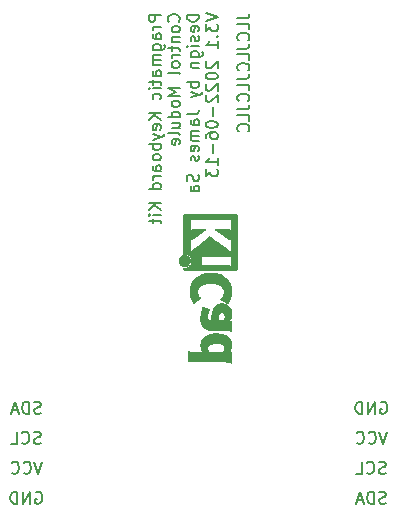
<source format=gbo>
%TF.GenerationSoftware,KiCad,Pcbnew,(6.0.5-0)*%
%TF.CreationDate,2022-06-17T01:25:01+08:00*%
%TF.ProjectId,Pragmatic,50726167-6d61-4746-9963-2e6b69636164,V3*%
%TF.SameCoordinates,PX7df6180PY32de760*%
%TF.FileFunction,Legend,Bot*%
%TF.FilePolarity,Positive*%
%FSLAX46Y46*%
G04 Gerber Fmt 4.6, Leading zero omitted, Abs format (unit mm)*
G04 Created by KiCad (PCBNEW (6.0.5-0)) date 2022-06-17 01:25:01*
%MOMM*%
%LPD*%
G01*
G04 APERTURE LIST*
G04 Aperture macros list*
%AMRoundRect*
0 Rectangle with rounded corners*
0 $1 Rounding radius*
0 $2 $3 $4 $5 $6 $7 $8 $9 X,Y pos of 4 corners*
0 Add a 4 corners polygon primitive as box body*
4,1,4,$2,$3,$4,$5,$6,$7,$8,$9,$2,$3,0*
0 Add four circle primitives for the rounded corners*
1,1,$1+$1,$2,$3*
1,1,$1+$1,$4,$5*
1,1,$1+$1,$6,$7*
1,1,$1+$1,$8,$9*
0 Add four rect primitives between the rounded corners*
20,1,$1+$1,$2,$3,$4,$5,0*
20,1,$1+$1,$4,$5,$6,$7,0*
20,1,$1+$1,$6,$7,$8,$9,0*
20,1,$1+$1,$8,$9,$2,$3,0*%
G04 Aperture macros list end*
%ADD10C,0.152400*%
%ADD11C,0.150000*%
%ADD12C,0.010000*%
%ADD13R,1.752600X1.752600*%
%ADD14C,1.752600*%
%ADD15RoundRect,0.250000X-0.600000X-0.600000X0.600000X-0.600000X0.600000X0.600000X-0.600000X0.600000X0*%
%ADD16C,1.700000*%
%ADD17RoundRect,0.250000X0.600000X0.600000X-0.600000X0.600000X-0.600000X-0.600000X0.600000X-0.600000X0*%
%ADD18C,2.000000*%
%ADD19R,1.700000X1.700000*%
%ADD20O,1.700000X1.700000*%
G04 APERTURE END LIST*
D10*
X22999095Y-31877000D02*
X23095857Y-31828619D01*
X23241000Y-31828619D01*
X23386142Y-31877000D01*
X23482904Y-31973761D01*
X23531285Y-32070523D01*
X23579666Y-32264047D01*
X23579666Y-32409190D01*
X23531285Y-32602714D01*
X23482904Y-32699476D01*
X23386142Y-32796238D01*
X23241000Y-32844619D01*
X23144238Y-32844619D01*
X22999095Y-32796238D01*
X22950714Y-32747857D01*
X22950714Y-32409190D01*
X23144238Y-32409190D01*
X22515285Y-32844619D02*
X22515285Y-31828619D01*
X21934714Y-32844619D01*
X21934714Y-31828619D01*
X21450904Y-32844619D02*
X21450904Y-31828619D01*
X21209000Y-31828619D01*
X21063857Y-31877000D01*
X20967095Y-31973761D01*
X20918714Y-32070523D01*
X20870333Y-32264047D01*
X20870333Y-32409190D01*
X20918714Y-32602714D01*
X20967095Y-32699476D01*
X21063857Y-32796238D01*
X21209000Y-32844619D01*
X21450904Y-32844619D01*
X-5751286Y-32796238D02*
X-5896429Y-32844619D01*
X-6138334Y-32844619D01*
X-6235096Y-32796238D01*
X-6283477Y-32747857D01*
X-6331858Y-32651095D01*
X-6331858Y-32554333D01*
X-6283477Y-32457571D01*
X-6235096Y-32409190D01*
X-6138334Y-32360809D01*
X-5944810Y-32312428D01*
X-5848048Y-32264047D01*
X-5799667Y-32215666D01*
X-5751286Y-32118904D01*
X-5751286Y-32022142D01*
X-5799667Y-31925380D01*
X-5848048Y-31877000D01*
X-5944810Y-31828619D01*
X-6186715Y-31828619D01*
X-6331858Y-31877000D01*
X-6767286Y-32844619D02*
X-6767286Y-31828619D01*
X-7009191Y-31828619D01*
X-7154334Y-31877000D01*
X-7251096Y-31973761D01*
X-7299477Y-32070523D01*
X-7347858Y-32264047D01*
X-7347858Y-32409190D01*
X-7299477Y-32602714D01*
X-7251096Y-32699476D01*
X-7154334Y-32796238D01*
X-7009191Y-32844619D01*
X-6767286Y-32844619D01*
X-7734905Y-32554333D02*
X-8218715Y-32554333D01*
X-7638143Y-32844619D02*
X-7976810Y-31828619D01*
X-8315477Y-32844619D01*
X-5630334Y-36908619D02*
X-5969000Y-37924619D01*
X-6307667Y-36908619D01*
X-7226905Y-37827857D02*
X-7178524Y-37876238D01*
X-7033381Y-37924619D01*
X-6936620Y-37924619D01*
X-6791477Y-37876238D01*
X-6694715Y-37779476D01*
X-6646334Y-37682714D01*
X-6597953Y-37489190D01*
X-6597953Y-37344047D01*
X-6646334Y-37150523D01*
X-6694715Y-37053761D01*
X-6791477Y-36957000D01*
X-6936620Y-36908619D01*
X-7033381Y-36908619D01*
X-7178524Y-36957000D01*
X-7226905Y-37005380D01*
X-8242905Y-37827857D02*
X-8194524Y-37876238D01*
X-8049381Y-37924619D01*
X-7952620Y-37924619D01*
X-7807477Y-37876238D01*
X-7710715Y-37779476D01*
X-7662334Y-37682714D01*
X-7613953Y-37489190D01*
X-7613953Y-37344047D01*
X-7662334Y-37150523D01*
X-7710715Y-37053761D01*
X-7807477Y-36957000D01*
X-7952620Y-36908619D01*
X-8049381Y-36908619D01*
X-8194524Y-36957000D01*
X-8242905Y-37005380D01*
X-5775477Y-35336238D02*
X-5920620Y-35384619D01*
X-6162524Y-35384619D01*
X-6259286Y-35336238D01*
X-6307667Y-35287857D01*
X-6356048Y-35191095D01*
X-6356048Y-35094333D01*
X-6307667Y-34997571D01*
X-6259286Y-34949190D01*
X-6162524Y-34900809D01*
X-5969000Y-34852428D01*
X-5872239Y-34804047D01*
X-5823858Y-34755666D01*
X-5775477Y-34658904D01*
X-5775477Y-34562142D01*
X-5823858Y-34465380D01*
X-5872239Y-34417000D01*
X-5969000Y-34368619D01*
X-6210905Y-34368619D01*
X-6356048Y-34417000D01*
X-7372048Y-35287857D02*
X-7323667Y-35336238D01*
X-7178524Y-35384619D01*
X-7081762Y-35384619D01*
X-6936620Y-35336238D01*
X-6839858Y-35239476D01*
X-6791477Y-35142714D01*
X-6743096Y-34949190D01*
X-6743096Y-34804047D01*
X-6791477Y-34610523D01*
X-6839858Y-34513761D01*
X-6936620Y-34417000D01*
X-7081762Y-34368619D01*
X-7178524Y-34368619D01*
X-7323667Y-34417000D01*
X-7372048Y-34465380D01*
X-8291286Y-35384619D02*
X-7807477Y-35384619D01*
X-7807477Y-34368619D01*
X23434523Y-37876238D02*
X23289380Y-37924619D01*
X23047476Y-37924619D01*
X22950714Y-37876238D01*
X22902333Y-37827857D01*
X22853952Y-37731095D01*
X22853952Y-37634333D01*
X22902333Y-37537571D01*
X22950714Y-37489190D01*
X23047476Y-37440809D01*
X23241000Y-37392428D01*
X23337761Y-37344047D01*
X23386142Y-37295666D01*
X23434523Y-37198904D01*
X23434523Y-37102142D01*
X23386142Y-37005380D01*
X23337761Y-36957000D01*
X23241000Y-36908619D01*
X22999095Y-36908619D01*
X22853952Y-36957000D01*
X21837952Y-37827857D02*
X21886333Y-37876238D01*
X22031476Y-37924619D01*
X22128238Y-37924619D01*
X22273380Y-37876238D01*
X22370142Y-37779476D01*
X22418523Y-37682714D01*
X22466904Y-37489190D01*
X22466904Y-37344047D01*
X22418523Y-37150523D01*
X22370142Y-37053761D01*
X22273380Y-36957000D01*
X22128238Y-36908619D01*
X22031476Y-36908619D01*
X21886333Y-36957000D01*
X21837952Y-37005380D01*
X20918714Y-37924619D02*
X21402523Y-37924619D01*
X21402523Y-36908619D01*
X23579666Y-34368619D02*
X23241000Y-35384619D01*
X22902333Y-34368619D01*
X21983095Y-35287857D02*
X22031476Y-35336238D01*
X22176619Y-35384619D01*
X22273380Y-35384619D01*
X22418523Y-35336238D01*
X22515285Y-35239476D01*
X22563666Y-35142714D01*
X22612047Y-34949190D01*
X22612047Y-34804047D01*
X22563666Y-34610523D01*
X22515285Y-34513761D01*
X22418523Y-34417000D01*
X22273380Y-34368619D01*
X22176619Y-34368619D01*
X22031476Y-34417000D01*
X21983095Y-34465380D01*
X20967095Y-35287857D02*
X21015476Y-35336238D01*
X21160619Y-35384619D01*
X21257380Y-35384619D01*
X21402523Y-35336238D01*
X21499285Y-35239476D01*
X21547666Y-35142714D01*
X21596047Y-34949190D01*
X21596047Y-34804047D01*
X21547666Y-34610523D01*
X21499285Y-34513761D01*
X21402523Y-34417000D01*
X21257380Y-34368619D01*
X21160619Y-34368619D01*
X21015476Y-34417000D01*
X20967095Y-34465380D01*
D11*
X4387380Y934405D02*
X3387380Y934405D01*
X3387380Y553453D01*
X3435000Y458215D01*
X3482619Y410596D01*
X3577857Y362977D01*
X3720714Y362977D01*
X3815952Y410596D01*
X3863571Y458215D01*
X3911190Y553453D01*
X3911190Y934405D01*
X4387380Y-65595D02*
X3720714Y-65595D01*
X3911190Y-65595D02*
X3815952Y-113214D01*
X3768333Y-160833D01*
X3720714Y-256071D01*
X3720714Y-351309D01*
X4387380Y-1113214D02*
X3863571Y-1113214D01*
X3768333Y-1065595D01*
X3720714Y-970357D01*
X3720714Y-779880D01*
X3768333Y-684642D01*
X4339761Y-1113214D02*
X4387380Y-1017976D01*
X4387380Y-779880D01*
X4339761Y-684642D01*
X4244523Y-637023D01*
X4149285Y-637023D01*
X4054047Y-684642D01*
X4006428Y-779880D01*
X4006428Y-1017976D01*
X3958809Y-1113214D01*
X3720714Y-2017976D02*
X4530238Y-2017976D01*
X4625476Y-1970357D01*
X4673095Y-1922738D01*
X4720714Y-1827500D01*
X4720714Y-1684642D01*
X4673095Y-1589404D01*
X4339761Y-2017976D02*
X4387380Y-1922738D01*
X4387380Y-1732261D01*
X4339761Y-1637023D01*
X4292142Y-1589404D01*
X4196904Y-1541785D01*
X3911190Y-1541785D01*
X3815952Y-1589404D01*
X3768333Y-1637023D01*
X3720714Y-1732261D01*
X3720714Y-1922738D01*
X3768333Y-2017976D01*
X4387380Y-2494166D02*
X3720714Y-2494166D01*
X3815952Y-2494166D02*
X3768333Y-2541785D01*
X3720714Y-2637023D01*
X3720714Y-2779880D01*
X3768333Y-2875119D01*
X3863571Y-2922738D01*
X4387380Y-2922738D01*
X3863571Y-2922738D02*
X3768333Y-2970357D01*
X3720714Y-3065595D01*
X3720714Y-3208452D01*
X3768333Y-3303690D01*
X3863571Y-3351309D01*
X4387380Y-3351309D01*
X4387380Y-4256071D02*
X3863571Y-4256071D01*
X3768333Y-4208452D01*
X3720714Y-4113214D01*
X3720714Y-3922738D01*
X3768333Y-3827500D01*
X4339761Y-4256071D02*
X4387380Y-4160833D01*
X4387380Y-3922738D01*
X4339761Y-3827500D01*
X4244523Y-3779880D01*
X4149285Y-3779880D01*
X4054047Y-3827500D01*
X4006428Y-3922738D01*
X4006428Y-4160833D01*
X3958809Y-4256071D01*
X3720714Y-4589404D02*
X3720714Y-4970357D01*
X3387380Y-4732261D02*
X4244523Y-4732261D01*
X4339761Y-4779880D01*
X4387380Y-4875119D01*
X4387380Y-4970357D01*
X4387380Y-5303690D02*
X3720714Y-5303690D01*
X3387380Y-5303690D02*
X3435000Y-5256071D01*
X3482619Y-5303690D01*
X3435000Y-5351309D01*
X3387380Y-5303690D01*
X3482619Y-5303690D01*
X4339761Y-6208452D02*
X4387380Y-6113214D01*
X4387380Y-5922738D01*
X4339761Y-5827500D01*
X4292142Y-5779880D01*
X4196904Y-5732261D01*
X3911190Y-5732261D01*
X3815952Y-5779880D01*
X3768333Y-5827500D01*
X3720714Y-5922738D01*
X3720714Y-6113214D01*
X3768333Y-6208452D01*
X4387380Y-7398928D02*
X3387380Y-7398928D01*
X4387380Y-7970357D02*
X3815952Y-7541785D01*
X3387380Y-7970357D02*
X3958809Y-7398928D01*
X4339761Y-8779880D02*
X4387380Y-8684642D01*
X4387380Y-8494166D01*
X4339761Y-8398928D01*
X4244523Y-8351309D01*
X3863571Y-8351309D01*
X3768333Y-8398928D01*
X3720714Y-8494166D01*
X3720714Y-8684642D01*
X3768333Y-8779880D01*
X3863571Y-8827500D01*
X3958809Y-8827500D01*
X4054047Y-8351309D01*
X3720714Y-9160833D02*
X4387380Y-9398928D01*
X3720714Y-9637023D02*
X4387380Y-9398928D01*
X4625476Y-9303690D01*
X4673095Y-9256071D01*
X4720714Y-9160833D01*
X4387380Y-10017976D02*
X3387380Y-10017976D01*
X3768333Y-10017976D02*
X3720714Y-10113214D01*
X3720714Y-10303690D01*
X3768333Y-10398928D01*
X3815952Y-10446547D01*
X3911190Y-10494166D01*
X4196904Y-10494166D01*
X4292142Y-10446547D01*
X4339761Y-10398928D01*
X4387380Y-10303690D01*
X4387380Y-10113214D01*
X4339761Y-10017976D01*
X4387380Y-11065595D02*
X4339761Y-10970357D01*
X4292142Y-10922738D01*
X4196904Y-10875119D01*
X3911190Y-10875119D01*
X3815952Y-10922738D01*
X3768333Y-10970357D01*
X3720714Y-11065595D01*
X3720714Y-11208452D01*
X3768333Y-11303690D01*
X3815952Y-11351309D01*
X3911190Y-11398928D01*
X4196904Y-11398928D01*
X4292142Y-11351309D01*
X4339761Y-11303690D01*
X4387380Y-11208452D01*
X4387380Y-11065595D01*
X4387380Y-12256071D02*
X3863571Y-12256071D01*
X3768333Y-12208452D01*
X3720714Y-12113214D01*
X3720714Y-11922738D01*
X3768333Y-11827500D01*
X4339761Y-12256071D02*
X4387380Y-12160833D01*
X4387380Y-11922738D01*
X4339761Y-11827500D01*
X4244523Y-11779880D01*
X4149285Y-11779880D01*
X4054047Y-11827500D01*
X4006428Y-11922738D01*
X4006428Y-12160833D01*
X3958809Y-12256071D01*
X4387380Y-12732261D02*
X3720714Y-12732261D01*
X3911190Y-12732261D02*
X3815952Y-12779880D01*
X3768333Y-12827500D01*
X3720714Y-12922738D01*
X3720714Y-13017976D01*
X4387380Y-13779880D02*
X3387380Y-13779880D01*
X4339761Y-13779880D02*
X4387380Y-13684642D01*
X4387380Y-13494166D01*
X4339761Y-13398928D01*
X4292142Y-13351309D01*
X4196904Y-13303690D01*
X3911190Y-13303690D01*
X3815952Y-13351309D01*
X3768333Y-13398928D01*
X3720714Y-13494166D01*
X3720714Y-13684642D01*
X3768333Y-13779880D01*
X4387380Y-15017976D02*
X3387380Y-15017976D01*
X4387380Y-15589404D02*
X3815952Y-15160833D01*
X3387380Y-15589404D02*
X3958809Y-15017976D01*
X4387380Y-16017976D02*
X3720714Y-16017976D01*
X3387380Y-16017976D02*
X3435000Y-15970357D01*
X3482619Y-16017976D01*
X3435000Y-16065595D01*
X3387380Y-16017976D01*
X3482619Y-16017976D01*
X3720714Y-16351309D02*
X3720714Y-16732261D01*
X3387380Y-16494166D02*
X4244523Y-16494166D01*
X4339761Y-16541785D01*
X4387380Y-16637023D01*
X4387380Y-16732261D01*
X5902142Y362977D02*
X5949761Y410596D01*
X5997380Y553453D01*
X5997380Y648691D01*
X5949761Y791548D01*
X5854523Y886786D01*
X5759285Y934405D01*
X5568809Y982024D01*
X5425952Y982024D01*
X5235476Y934405D01*
X5140238Y886786D01*
X5045000Y791548D01*
X4997380Y648691D01*
X4997380Y553453D01*
X5045000Y410596D01*
X5092619Y362977D01*
X5997380Y-208452D02*
X5949761Y-113214D01*
X5902142Y-65595D01*
X5806904Y-17976D01*
X5521190Y-17976D01*
X5425952Y-65595D01*
X5378333Y-113214D01*
X5330714Y-208452D01*
X5330714Y-351309D01*
X5378333Y-446547D01*
X5425952Y-494166D01*
X5521190Y-541785D01*
X5806904Y-541785D01*
X5902142Y-494166D01*
X5949761Y-446547D01*
X5997380Y-351309D01*
X5997380Y-208452D01*
X5330714Y-970357D02*
X5997380Y-970357D01*
X5425952Y-970357D02*
X5378333Y-1017976D01*
X5330714Y-1113214D01*
X5330714Y-1256071D01*
X5378333Y-1351309D01*
X5473571Y-1398928D01*
X5997380Y-1398928D01*
X5330714Y-1732261D02*
X5330714Y-2113214D01*
X4997380Y-1875119D02*
X5854523Y-1875119D01*
X5949761Y-1922738D01*
X5997380Y-2017976D01*
X5997380Y-2113214D01*
X5997380Y-2446547D02*
X5330714Y-2446547D01*
X5521190Y-2446547D02*
X5425952Y-2494166D01*
X5378333Y-2541785D01*
X5330714Y-2637023D01*
X5330714Y-2732261D01*
X5997380Y-3208452D02*
X5949761Y-3113214D01*
X5902142Y-3065595D01*
X5806904Y-3017976D01*
X5521190Y-3017976D01*
X5425952Y-3065595D01*
X5378333Y-3113214D01*
X5330714Y-3208452D01*
X5330714Y-3351309D01*
X5378333Y-3446547D01*
X5425952Y-3494166D01*
X5521190Y-3541785D01*
X5806904Y-3541785D01*
X5902142Y-3494166D01*
X5949761Y-3446547D01*
X5997380Y-3351309D01*
X5997380Y-3208452D01*
X5997380Y-4113214D02*
X5949761Y-4017976D01*
X5854523Y-3970357D01*
X4997380Y-3970357D01*
X5997380Y-5256071D02*
X4997380Y-5256071D01*
X5711666Y-5589404D01*
X4997380Y-5922738D01*
X5997380Y-5922738D01*
X5997380Y-6541785D02*
X5949761Y-6446547D01*
X5902142Y-6398928D01*
X5806904Y-6351309D01*
X5521190Y-6351309D01*
X5425952Y-6398928D01*
X5378333Y-6446547D01*
X5330714Y-6541785D01*
X5330714Y-6684642D01*
X5378333Y-6779880D01*
X5425952Y-6827500D01*
X5521190Y-6875119D01*
X5806904Y-6875119D01*
X5902142Y-6827500D01*
X5949761Y-6779880D01*
X5997380Y-6684642D01*
X5997380Y-6541785D01*
X5997380Y-7732261D02*
X4997380Y-7732261D01*
X5949761Y-7732261D02*
X5997380Y-7637023D01*
X5997380Y-7446547D01*
X5949761Y-7351309D01*
X5902142Y-7303690D01*
X5806904Y-7256071D01*
X5521190Y-7256071D01*
X5425952Y-7303690D01*
X5378333Y-7351309D01*
X5330714Y-7446547D01*
X5330714Y-7637023D01*
X5378333Y-7732261D01*
X5330714Y-8637023D02*
X5997380Y-8637023D01*
X5330714Y-8208452D02*
X5854523Y-8208452D01*
X5949761Y-8256071D01*
X5997380Y-8351309D01*
X5997380Y-8494166D01*
X5949761Y-8589404D01*
X5902142Y-8637023D01*
X5997380Y-9256071D02*
X5949761Y-9160833D01*
X5854523Y-9113214D01*
X4997380Y-9113214D01*
X5949761Y-10017976D02*
X5997380Y-9922738D01*
X5997380Y-9732261D01*
X5949761Y-9637023D01*
X5854523Y-9589404D01*
X5473571Y-9589404D01*
X5378333Y-9637023D01*
X5330714Y-9732261D01*
X5330714Y-9922738D01*
X5378333Y-10017976D01*
X5473571Y-10065595D01*
X5568809Y-10065595D01*
X5664047Y-9589404D01*
X7607380Y934405D02*
X6607380Y934405D01*
X6607380Y696310D01*
X6655000Y553453D01*
X6750238Y458215D01*
X6845476Y410596D01*
X7035952Y362977D01*
X7178809Y362977D01*
X7369285Y410596D01*
X7464523Y458215D01*
X7559761Y553453D01*
X7607380Y696310D01*
X7607380Y934405D01*
X7559761Y-446547D02*
X7607380Y-351309D01*
X7607380Y-160833D01*
X7559761Y-65595D01*
X7464523Y-17976D01*
X7083571Y-17976D01*
X6988333Y-65595D01*
X6940714Y-160833D01*
X6940714Y-351309D01*
X6988333Y-446547D01*
X7083571Y-494166D01*
X7178809Y-494166D01*
X7274047Y-17976D01*
X7559761Y-875119D02*
X7607380Y-970357D01*
X7607380Y-1160833D01*
X7559761Y-1256071D01*
X7464523Y-1303690D01*
X7416904Y-1303690D01*
X7321666Y-1256071D01*
X7274047Y-1160833D01*
X7274047Y-1017976D01*
X7226428Y-922738D01*
X7131190Y-875119D01*
X7083571Y-875119D01*
X6988333Y-922738D01*
X6940714Y-1017976D01*
X6940714Y-1160833D01*
X6988333Y-1256071D01*
X7607380Y-1732261D02*
X6940714Y-1732261D01*
X6607380Y-1732261D02*
X6655000Y-1684642D01*
X6702619Y-1732261D01*
X6655000Y-1779880D01*
X6607380Y-1732261D01*
X6702619Y-1732261D01*
X6940714Y-2637023D02*
X7750238Y-2637023D01*
X7845476Y-2589404D01*
X7893095Y-2541785D01*
X7940714Y-2446547D01*
X7940714Y-2303690D01*
X7893095Y-2208452D01*
X7559761Y-2637023D02*
X7607380Y-2541785D01*
X7607380Y-2351309D01*
X7559761Y-2256071D01*
X7512142Y-2208452D01*
X7416904Y-2160833D01*
X7131190Y-2160833D01*
X7035952Y-2208452D01*
X6988333Y-2256071D01*
X6940714Y-2351309D01*
X6940714Y-2541785D01*
X6988333Y-2637023D01*
X6940714Y-3113214D02*
X7607380Y-3113214D01*
X7035952Y-3113214D02*
X6988333Y-3160833D01*
X6940714Y-3256071D01*
X6940714Y-3398928D01*
X6988333Y-3494166D01*
X7083571Y-3541785D01*
X7607380Y-3541785D01*
X7607380Y-4779880D02*
X6607380Y-4779880D01*
X6988333Y-4779880D02*
X6940714Y-4875119D01*
X6940714Y-5065595D01*
X6988333Y-5160833D01*
X7035952Y-5208452D01*
X7131190Y-5256071D01*
X7416904Y-5256071D01*
X7512142Y-5208452D01*
X7559761Y-5160833D01*
X7607380Y-5065595D01*
X7607380Y-4875119D01*
X7559761Y-4779880D01*
X6940714Y-5589404D02*
X7607380Y-5827500D01*
X6940714Y-6065595D02*
X7607380Y-5827500D01*
X7845476Y-5732261D01*
X7893095Y-5684642D01*
X7940714Y-5589404D01*
X6607380Y-7494166D02*
X7321666Y-7494166D01*
X7464523Y-7446547D01*
X7559761Y-7351309D01*
X7607380Y-7208452D01*
X7607380Y-7113214D01*
X7607380Y-8398928D02*
X7083571Y-8398928D01*
X6988333Y-8351309D01*
X6940714Y-8256071D01*
X6940714Y-8065595D01*
X6988333Y-7970357D01*
X7559761Y-8398928D02*
X7607380Y-8303690D01*
X7607380Y-8065595D01*
X7559761Y-7970357D01*
X7464523Y-7922738D01*
X7369285Y-7922738D01*
X7274047Y-7970357D01*
X7226428Y-8065595D01*
X7226428Y-8303690D01*
X7178809Y-8398928D01*
X7607380Y-8875119D02*
X6940714Y-8875119D01*
X7035952Y-8875119D02*
X6988333Y-8922738D01*
X6940714Y-9017976D01*
X6940714Y-9160833D01*
X6988333Y-9256071D01*
X7083571Y-9303690D01*
X7607380Y-9303690D01*
X7083571Y-9303690D02*
X6988333Y-9351309D01*
X6940714Y-9446547D01*
X6940714Y-9589404D01*
X6988333Y-9684642D01*
X7083571Y-9732261D01*
X7607380Y-9732261D01*
X7559761Y-10589404D02*
X7607380Y-10494166D01*
X7607380Y-10303690D01*
X7559761Y-10208452D01*
X7464523Y-10160833D01*
X7083571Y-10160833D01*
X6988333Y-10208452D01*
X6940714Y-10303690D01*
X6940714Y-10494166D01*
X6988333Y-10589404D01*
X7083571Y-10637023D01*
X7178809Y-10637023D01*
X7274047Y-10160833D01*
X7559761Y-11017976D02*
X7607380Y-11113214D01*
X7607380Y-11303690D01*
X7559761Y-11398928D01*
X7464523Y-11446547D01*
X7416904Y-11446547D01*
X7321666Y-11398928D01*
X7274047Y-11303690D01*
X7274047Y-11160833D01*
X7226428Y-11065595D01*
X7131190Y-11017976D01*
X7083571Y-11017976D01*
X6988333Y-11065595D01*
X6940714Y-11160833D01*
X6940714Y-11303690D01*
X6988333Y-11398928D01*
X7559761Y-12589404D02*
X7607380Y-12732261D01*
X7607380Y-12970357D01*
X7559761Y-13065595D01*
X7512142Y-13113214D01*
X7416904Y-13160833D01*
X7321666Y-13160833D01*
X7226428Y-13113214D01*
X7178809Y-13065595D01*
X7131190Y-12970357D01*
X7083571Y-12779880D01*
X7035952Y-12684642D01*
X6988333Y-12637023D01*
X6893095Y-12589404D01*
X6797857Y-12589404D01*
X6702619Y-12637023D01*
X6655000Y-12684642D01*
X6607380Y-12779880D01*
X6607380Y-13017976D01*
X6655000Y-13160833D01*
X7607380Y-14017976D02*
X7083571Y-14017976D01*
X6988333Y-13970357D01*
X6940714Y-13875119D01*
X6940714Y-13684642D01*
X6988333Y-13589404D01*
X7559761Y-14017976D02*
X7607380Y-13922738D01*
X7607380Y-13684642D01*
X7559761Y-13589404D01*
X7464523Y-13541785D01*
X7369285Y-13541785D01*
X7274047Y-13589404D01*
X7226428Y-13684642D01*
X7226428Y-13922738D01*
X7178809Y-14017976D01*
X8217380Y1077262D02*
X9217380Y743929D01*
X8217380Y410596D01*
X8217380Y172500D02*
X8217380Y-446547D01*
X8598333Y-113214D01*
X8598333Y-256071D01*
X8645952Y-351309D01*
X8693571Y-398928D01*
X8788809Y-446547D01*
X9026904Y-446547D01*
X9122142Y-398928D01*
X9169761Y-351309D01*
X9217380Y-256071D01*
X9217380Y29643D01*
X9169761Y124881D01*
X9122142Y172500D01*
X9122142Y-875119D02*
X9169761Y-922738D01*
X9217380Y-875119D01*
X9169761Y-827500D01*
X9122142Y-875119D01*
X9217380Y-875119D01*
X9217380Y-1875119D02*
X9217380Y-1303690D01*
X9217380Y-1589404D02*
X8217380Y-1589404D01*
X8360238Y-1494166D01*
X8455476Y-1398928D01*
X8503095Y-1303690D01*
X8312619Y-3017976D02*
X8265000Y-3065595D01*
X8217380Y-3160833D01*
X8217380Y-3398928D01*
X8265000Y-3494166D01*
X8312619Y-3541785D01*
X8407857Y-3589404D01*
X8503095Y-3589404D01*
X8645952Y-3541785D01*
X9217380Y-2970357D01*
X9217380Y-3589404D01*
X8217380Y-4208452D02*
X8217380Y-4303690D01*
X8265000Y-4398928D01*
X8312619Y-4446547D01*
X8407857Y-4494166D01*
X8598333Y-4541785D01*
X8836428Y-4541785D01*
X9026904Y-4494166D01*
X9122142Y-4446547D01*
X9169761Y-4398928D01*
X9217380Y-4303690D01*
X9217380Y-4208452D01*
X9169761Y-4113214D01*
X9122142Y-4065595D01*
X9026904Y-4017976D01*
X8836428Y-3970357D01*
X8598333Y-3970357D01*
X8407857Y-4017976D01*
X8312619Y-4065595D01*
X8265000Y-4113214D01*
X8217380Y-4208452D01*
X8312619Y-4922738D02*
X8265000Y-4970357D01*
X8217380Y-5065595D01*
X8217380Y-5303690D01*
X8265000Y-5398928D01*
X8312619Y-5446547D01*
X8407857Y-5494166D01*
X8503095Y-5494166D01*
X8645952Y-5446547D01*
X9217380Y-4875119D01*
X9217380Y-5494166D01*
X8312619Y-5875119D02*
X8265000Y-5922738D01*
X8217380Y-6017976D01*
X8217380Y-6256071D01*
X8265000Y-6351309D01*
X8312619Y-6398928D01*
X8407857Y-6446547D01*
X8503095Y-6446547D01*
X8645952Y-6398928D01*
X9217380Y-5827499D01*
X9217380Y-6446547D01*
X8836428Y-6875119D02*
X8836428Y-7637023D01*
X8217380Y-8303690D02*
X8217380Y-8398928D01*
X8265000Y-8494166D01*
X8312619Y-8541785D01*
X8407857Y-8589404D01*
X8598333Y-8637023D01*
X8836428Y-8637023D01*
X9026904Y-8589404D01*
X9122142Y-8541785D01*
X9169761Y-8494166D01*
X9217380Y-8398928D01*
X9217380Y-8303690D01*
X9169761Y-8208452D01*
X9122142Y-8160833D01*
X9026904Y-8113214D01*
X8836428Y-8065595D01*
X8598333Y-8065595D01*
X8407857Y-8113214D01*
X8312619Y-8160833D01*
X8265000Y-8208452D01*
X8217380Y-8303690D01*
X8217380Y-9494166D02*
X8217380Y-9303690D01*
X8265000Y-9208452D01*
X8312619Y-9160833D01*
X8455476Y-9065595D01*
X8645952Y-9017976D01*
X9026904Y-9017976D01*
X9122142Y-9065595D01*
X9169761Y-9113214D01*
X9217380Y-9208452D01*
X9217380Y-9398928D01*
X9169761Y-9494166D01*
X9122142Y-9541785D01*
X9026904Y-9589404D01*
X8788809Y-9589404D01*
X8693571Y-9541785D01*
X8645952Y-9494166D01*
X8598333Y-9398928D01*
X8598333Y-9208452D01*
X8645952Y-9113214D01*
X8693571Y-9065595D01*
X8788809Y-9017976D01*
X8836428Y-10017976D02*
X8836428Y-10779880D01*
X9217380Y-11779880D02*
X9217380Y-11208452D01*
X9217380Y-11494166D02*
X8217380Y-11494166D01*
X8360238Y-11398928D01*
X8455476Y-11303690D01*
X8503095Y-11208452D01*
X8217380Y-12113214D02*
X8217380Y-12732261D01*
X8598333Y-12398928D01*
X8598333Y-12541785D01*
X8645952Y-12637023D01*
X8693571Y-12684642D01*
X8788809Y-12732261D01*
X9026904Y-12732261D01*
X9122142Y-12684642D01*
X9169761Y-12637023D01*
X9217380Y-12541785D01*
X9217380Y-12256071D01*
X9169761Y-12160833D01*
X9122142Y-12113214D01*
D10*
X-6210905Y-39497000D02*
X-6114143Y-39448619D01*
X-5969000Y-39448619D01*
X-5823858Y-39497000D01*
X-5727096Y-39593761D01*
X-5678715Y-39690523D01*
X-5630334Y-39884047D01*
X-5630334Y-40029190D01*
X-5678715Y-40222714D01*
X-5727096Y-40319476D01*
X-5823858Y-40416238D01*
X-5969000Y-40464619D01*
X-6065762Y-40464619D01*
X-6210905Y-40416238D01*
X-6259286Y-40367857D01*
X-6259286Y-40029190D01*
X-6065762Y-40029190D01*
X-6694715Y-40464619D02*
X-6694715Y-39448619D01*
X-7275286Y-40464619D01*
X-7275286Y-39448619D01*
X-7759096Y-40464619D02*
X-7759096Y-39448619D01*
X-8001000Y-39448619D01*
X-8146143Y-39497000D01*
X-8242905Y-39593761D01*
X-8291286Y-39690523D01*
X-8339667Y-39884047D01*
X-8339667Y-40029190D01*
X-8291286Y-40222714D01*
X-8242905Y-40319476D01*
X-8146143Y-40416238D01*
X-8001000Y-40464619D01*
X-7759096Y-40464619D01*
X23458714Y-40416238D02*
X23313571Y-40464619D01*
X23071666Y-40464619D01*
X22974904Y-40416238D01*
X22926523Y-40367857D01*
X22878142Y-40271095D01*
X22878142Y-40174333D01*
X22926523Y-40077571D01*
X22974904Y-40029190D01*
X23071666Y-39980809D01*
X23265190Y-39932428D01*
X23361952Y-39884047D01*
X23410333Y-39835666D01*
X23458714Y-39738904D01*
X23458714Y-39642142D01*
X23410333Y-39545380D01*
X23361952Y-39497000D01*
X23265190Y-39448619D01*
X23023285Y-39448619D01*
X22878142Y-39497000D01*
X22442714Y-40464619D02*
X22442714Y-39448619D01*
X22200809Y-39448619D01*
X22055666Y-39497000D01*
X21958904Y-39593761D01*
X21910523Y-39690523D01*
X21862142Y-39884047D01*
X21862142Y-40029190D01*
X21910523Y-40222714D01*
X21958904Y-40319476D01*
X22055666Y-40416238D01*
X22200809Y-40464619D01*
X22442714Y-40464619D01*
X21475095Y-40174333D02*
X20991285Y-40174333D01*
X21571857Y-40464619D02*
X21233190Y-39448619D01*
X20894523Y-40464619D01*
D11*
%TO.C,L1*%
X10882380Y648691D02*
X11596666Y648691D01*
X11739523Y696310D01*
X11834761Y791548D01*
X11882380Y934405D01*
X11882380Y1029643D01*
X11882380Y-303690D02*
X11882380Y172500D01*
X10882380Y172500D01*
X11787142Y-1208452D02*
X11834761Y-1160833D01*
X11882380Y-1017976D01*
X11882380Y-922738D01*
X11834761Y-779880D01*
X11739523Y-684642D01*
X11644285Y-637023D01*
X11453809Y-589404D01*
X11310952Y-589404D01*
X11120476Y-637023D01*
X11025238Y-684642D01*
X10930000Y-779880D01*
X10882380Y-922738D01*
X10882380Y-1017976D01*
X10930000Y-1160833D01*
X10977619Y-1208452D01*
X10882380Y-1922738D02*
X11596666Y-1922738D01*
X11739523Y-1875119D01*
X11834761Y-1779880D01*
X11882380Y-1637023D01*
X11882380Y-1541785D01*
X11882380Y-2875119D02*
X11882380Y-2398928D01*
X10882380Y-2398928D01*
X11787142Y-3779880D02*
X11834761Y-3732261D01*
X11882380Y-3589404D01*
X11882380Y-3494166D01*
X11834761Y-3351309D01*
X11739523Y-3256071D01*
X11644285Y-3208452D01*
X11453809Y-3160833D01*
X11310952Y-3160833D01*
X11120476Y-3208452D01*
X11025238Y-3256071D01*
X10930000Y-3351309D01*
X10882380Y-3494166D01*
X10882380Y-3589404D01*
X10930000Y-3732261D01*
X10977619Y-3779880D01*
X10882380Y-4494166D02*
X11596666Y-4494166D01*
X11739523Y-4446547D01*
X11834761Y-4351309D01*
X11882380Y-4208452D01*
X11882380Y-4113214D01*
X11882380Y-5446547D02*
X11882380Y-4970357D01*
X10882380Y-4970357D01*
X11787142Y-6351309D02*
X11834761Y-6303690D01*
X11882380Y-6160833D01*
X11882380Y-6065595D01*
X11834761Y-5922738D01*
X11739523Y-5827500D01*
X11644285Y-5779880D01*
X11453809Y-5732261D01*
X11310952Y-5732261D01*
X11120476Y-5779880D01*
X11025238Y-5827500D01*
X10930000Y-5922738D01*
X10882380Y-6065595D01*
X10882380Y-6160833D01*
X10930000Y-6303690D01*
X10977619Y-6351309D01*
X10882380Y-7065595D02*
X11596666Y-7065595D01*
X11739523Y-7017976D01*
X11834761Y-6922738D01*
X11882380Y-6779880D01*
X11882380Y-6684642D01*
X11882380Y-8017976D02*
X11882380Y-7541785D01*
X10882380Y-7541785D01*
X11787142Y-8922738D02*
X11834761Y-8875119D01*
X11882380Y-8732261D01*
X11882380Y-8637023D01*
X11834761Y-8494166D01*
X11739523Y-8398928D01*
X11644285Y-8351309D01*
X11453809Y-8303690D01*
X11310952Y-8303690D01*
X11120476Y-8351309D01*
X11025238Y-8398928D01*
X10930000Y-8494166D01*
X10882380Y-8637023D01*
X10882380Y-8732261D01*
X10930000Y-8875119D01*
X10977619Y-8922738D01*
%TO.C,REF\u002A\u002A*%
G36*
X9210158Y-26039732D02*
G01*
X9361594Y-26048311D01*
X9498283Y-26067167D01*
X9624276Y-26097163D01*
X9743625Y-26139164D01*
X9860381Y-26194031D01*
X9971179Y-26260833D01*
X10084739Y-26351637D01*
X10180211Y-26455292D01*
X10257073Y-26571113D01*
X10314797Y-26698414D01*
X10352858Y-26836511D01*
X10358666Y-26874207D01*
X10364396Y-26953248D01*
X10364583Y-27041371D01*
X10359539Y-27130764D01*
X10349578Y-27213616D01*
X10335012Y-27282113D01*
X10325364Y-27312965D01*
X10295123Y-27390270D01*
X10257617Y-27467321D01*
X10216614Y-27536800D01*
X10175879Y-27591385D01*
X10156505Y-27614084D01*
X10138662Y-27636799D01*
X10131778Y-27648221D01*
X10133424Y-27649463D01*
X10151205Y-27652272D01*
X10184370Y-27654224D01*
X10227733Y-27654955D01*
X10323689Y-27654955D01*
X10323689Y-28513104D01*
X10262974Y-28478839D01*
X10253868Y-28473645D01*
X10239249Y-28465285D01*
X10225173Y-28457712D01*
X10210540Y-28450888D01*
X10194249Y-28444773D01*
X10175198Y-28439327D01*
X10152286Y-28434513D01*
X10124413Y-28430292D01*
X10090478Y-28426623D01*
X10049379Y-28423469D01*
X10000015Y-28420789D01*
X9941286Y-28418546D01*
X9872090Y-28416701D01*
X9791326Y-28415213D01*
X9697894Y-28414045D01*
X9590692Y-28413156D01*
X9468620Y-28412509D01*
X9330576Y-28412064D01*
X9175459Y-28411782D01*
X9002168Y-28411625D01*
X8809603Y-28411552D01*
X8596662Y-28411526D01*
X8362245Y-28411507D01*
X6677378Y-28411311D01*
X6677378Y-27505983D01*
X6714067Y-27530415D01*
X6723647Y-27536682D01*
X6769981Y-27562792D01*
X6817102Y-27580531D01*
X6872251Y-27592092D01*
X6942667Y-27599669D01*
X6949650Y-27600161D01*
X6987641Y-27601938D01*
X7041576Y-27603556D01*
X7108703Y-27605001D01*
X7186271Y-27606260D01*
X7271528Y-27607320D01*
X7361724Y-27608171D01*
X7454107Y-27608797D01*
X7545925Y-27609188D01*
X7634427Y-27609330D01*
X7716862Y-27609210D01*
X7790479Y-27608817D01*
X7852526Y-27608138D01*
X7900251Y-27607159D01*
X7930904Y-27605868D01*
X7941733Y-27604253D01*
X7937333Y-27596043D01*
X7922362Y-27574353D01*
X7900448Y-27544986D01*
X7866236Y-27496121D01*
X7819714Y-27407875D01*
X7786046Y-27309084D01*
X7783231Y-27294557D01*
X8337465Y-27294557D01*
X8349389Y-27379681D01*
X8376040Y-27463867D01*
X8416962Y-27542392D01*
X8460530Y-27609800D01*
X9610721Y-27609800D01*
X9657089Y-27539244D01*
X9680791Y-27498583D01*
X9706639Y-27444454D01*
X9724829Y-27395311D01*
X9740551Y-27331835D01*
X9751541Y-27235669D01*
X9743365Y-27151100D01*
X9715805Y-27077781D01*
X9668642Y-27015363D01*
X9601658Y-26963498D01*
X9514633Y-26921840D01*
X9407350Y-26890038D01*
X9395009Y-26887455D01*
X9333772Y-26879000D01*
X9256692Y-26873337D01*
X9169002Y-26870424D01*
X9075934Y-26870217D01*
X8982720Y-26872670D01*
X8894594Y-26877739D01*
X8816788Y-26885381D01*
X8754533Y-26895552D01*
X8748666Y-26896833D01*
X8638121Y-26925874D01*
X8547575Y-26960390D01*
X8474953Y-27001544D01*
X8418181Y-27050501D01*
X8375184Y-27108426D01*
X8359615Y-27140380D01*
X8340722Y-27213216D01*
X8337465Y-27294557D01*
X7783231Y-27294557D01*
X7764231Y-27196490D01*
X7753265Y-27066836D01*
X7752219Y-26974330D01*
X7762014Y-26852989D01*
X7786174Y-26742901D01*
X7825785Y-26639611D01*
X7881932Y-26538662D01*
X7912883Y-26493497D01*
X8004115Y-26388089D01*
X8113106Y-26296462D01*
X8239726Y-26218668D01*
X8383845Y-26154759D01*
X8545332Y-26104786D01*
X8724059Y-26068802D01*
X8919895Y-26046857D01*
X9075934Y-26041100D01*
X9132711Y-26039006D01*
X9210158Y-26039732D01*
G37*
D12*
X9210158Y-26039732D02*
X9361594Y-26048311D01*
X9498283Y-26067167D01*
X9624276Y-26097163D01*
X9743625Y-26139164D01*
X9860381Y-26194031D01*
X9971179Y-26260833D01*
X10084739Y-26351637D01*
X10180211Y-26455292D01*
X10257073Y-26571113D01*
X10314797Y-26698414D01*
X10352858Y-26836511D01*
X10358666Y-26874207D01*
X10364396Y-26953248D01*
X10364583Y-27041371D01*
X10359539Y-27130764D01*
X10349578Y-27213616D01*
X10335012Y-27282113D01*
X10325364Y-27312965D01*
X10295123Y-27390270D01*
X10257617Y-27467321D01*
X10216614Y-27536800D01*
X10175879Y-27591385D01*
X10156505Y-27614084D01*
X10138662Y-27636799D01*
X10131778Y-27648221D01*
X10133424Y-27649463D01*
X10151205Y-27652272D01*
X10184370Y-27654224D01*
X10227733Y-27654955D01*
X10323689Y-27654955D01*
X10323689Y-28513104D01*
X10262974Y-28478839D01*
X10253868Y-28473645D01*
X10239249Y-28465285D01*
X10225173Y-28457712D01*
X10210540Y-28450888D01*
X10194249Y-28444773D01*
X10175198Y-28439327D01*
X10152286Y-28434513D01*
X10124413Y-28430292D01*
X10090478Y-28426623D01*
X10049379Y-28423469D01*
X10000015Y-28420789D01*
X9941286Y-28418546D01*
X9872090Y-28416701D01*
X9791326Y-28415213D01*
X9697894Y-28414045D01*
X9590692Y-28413156D01*
X9468620Y-28412509D01*
X9330576Y-28412064D01*
X9175459Y-28411782D01*
X9002168Y-28411625D01*
X8809603Y-28411552D01*
X8596662Y-28411526D01*
X8362245Y-28411507D01*
X6677378Y-28411311D01*
X6677378Y-27505983D01*
X6714067Y-27530415D01*
X6723647Y-27536682D01*
X6769981Y-27562792D01*
X6817102Y-27580531D01*
X6872251Y-27592092D01*
X6942667Y-27599669D01*
X6949650Y-27600161D01*
X6987641Y-27601938D01*
X7041576Y-27603556D01*
X7108703Y-27605001D01*
X7186271Y-27606260D01*
X7271528Y-27607320D01*
X7361724Y-27608171D01*
X7454107Y-27608797D01*
X7545925Y-27609188D01*
X7634427Y-27609330D01*
X7716862Y-27609210D01*
X7790479Y-27608817D01*
X7852526Y-27608138D01*
X7900251Y-27607159D01*
X7930904Y-27605868D01*
X7941733Y-27604253D01*
X7937333Y-27596043D01*
X7922362Y-27574353D01*
X7900448Y-27544986D01*
X7866236Y-27496121D01*
X7819714Y-27407875D01*
X7786046Y-27309084D01*
X7783231Y-27294557D01*
X8337465Y-27294557D01*
X8349389Y-27379681D01*
X8376040Y-27463867D01*
X8416962Y-27542392D01*
X8460530Y-27609800D01*
X9610721Y-27609800D01*
X9657089Y-27539244D01*
X9680791Y-27498583D01*
X9706639Y-27444454D01*
X9724829Y-27395311D01*
X9740551Y-27331835D01*
X9751541Y-27235669D01*
X9743365Y-27151100D01*
X9715805Y-27077781D01*
X9668642Y-27015363D01*
X9601658Y-26963498D01*
X9514633Y-26921840D01*
X9407350Y-26890038D01*
X9395009Y-26887455D01*
X9333772Y-26879000D01*
X9256692Y-26873337D01*
X9169002Y-26870424D01*
X9075934Y-26870217D01*
X8982720Y-26872670D01*
X8894594Y-26877739D01*
X8816788Y-26885381D01*
X8754533Y-26895552D01*
X8748666Y-26896833D01*
X8638121Y-26925874D01*
X8547575Y-26960390D01*
X8474953Y-27001544D01*
X8418181Y-27050501D01*
X8375184Y-27108426D01*
X8359615Y-27140380D01*
X8340722Y-27213216D01*
X8337465Y-27294557D01*
X7783231Y-27294557D01*
X7764231Y-27196490D01*
X7753265Y-27066836D01*
X7752219Y-26974330D01*
X7762014Y-26852989D01*
X7786174Y-26742901D01*
X7825785Y-26639611D01*
X7881932Y-26538662D01*
X7912883Y-26493497D01*
X8004115Y-26388089D01*
X8113106Y-26296462D01*
X8239726Y-26218668D01*
X8383845Y-26154759D01*
X8545332Y-26104786D01*
X8724059Y-26068802D01*
X8919895Y-26046857D01*
X9075934Y-26041100D01*
X9132711Y-26039006D01*
X9210158Y-26039732D01*
G36*
X8711325Y-20907449D02*
G01*
X8912581Y-20924209D01*
X9107128Y-20957708D01*
X9290756Y-21007956D01*
X9408053Y-21051810D01*
X9570951Y-21129652D01*
X9724866Y-21223172D01*
X9866671Y-21330178D01*
X9993239Y-21448481D01*
X10101441Y-21575889D01*
X10154120Y-21653394D01*
X10223750Y-21780275D01*
X10282468Y-21917757D01*
X10327587Y-22059284D01*
X10356422Y-22198298D01*
X10358106Y-22212403D01*
X10361434Y-22255847D01*
X10364275Y-22313277D01*
X10366373Y-22378878D01*
X10367468Y-22446833D01*
X10365140Y-22573622D01*
X10352136Y-22721327D01*
X10327133Y-22859221D01*
X10289318Y-22992986D01*
X10280889Y-23016438D01*
X10261408Y-23064388D01*
X10236473Y-23120860D01*
X10207722Y-23182621D01*
X10176790Y-23246437D01*
X10145315Y-23309074D01*
X10114934Y-23367297D01*
X10087283Y-23417873D01*
X10063999Y-23457567D01*
X10046718Y-23483146D01*
X10037079Y-23491375D01*
X10033984Y-23489924D01*
X10014079Y-23478750D01*
X9978420Y-23457866D01*
X9929459Y-23428735D01*
X9869646Y-23392819D01*
X9801433Y-23351580D01*
X9727271Y-23306483D01*
X9430008Y-23125215D01*
X9474539Y-23078685D01*
X9552865Y-22987277D01*
X9627439Y-22873666D01*
X9681474Y-22755878D01*
X9714290Y-22635441D01*
X9725211Y-22513883D01*
X9723868Y-22472415D01*
X9705612Y-22354920D01*
X9666617Y-22244911D01*
X9607670Y-22143570D01*
X9529557Y-22052079D01*
X9433064Y-21971620D01*
X9318978Y-21903373D01*
X9284724Y-21887092D01*
X9161240Y-21841018D01*
X9022918Y-21805894D01*
X8873561Y-21781803D01*
X8716973Y-21768827D01*
X8556956Y-21767051D01*
X8397314Y-21776557D01*
X8241850Y-21797428D01*
X8094366Y-21829748D01*
X7958667Y-21873601D01*
X7872076Y-21911018D01*
X7758688Y-21975815D01*
X7665070Y-22051228D01*
X7590959Y-22137582D01*
X7536094Y-22235205D01*
X7500212Y-22344423D01*
X7483051Y-22465561D01*
X7481880Y-22534962D01*
X7496141Y-22657832D01*
X7531241Y-22773336D01*
X7586682Y-22880047D01*
X7661964Y-22976536D01*
X7676440Y-22992280D01*
X7702962Y-23022850D01*
X7720138Y-23045191D01*
X7724787Y-23055309D01*
X7722597Y-23057294D01*
X7703721Y-23071759D01*
X7670397Y-23095600D01*
X7625380Y-23126971D01*
X7571425Y-23164026D01*
X7511285Y-23204917D01*
X7447718Y-23247798D01*
X7383476Y-23290822D01*
X7321315Y-23332143D01*
X7263991Y-23369914D01*
X7214257Y-23402288D01*
X7174868Y-23427418D01*
X7148580Y-23443458D01*
X7138147Y-23448561D01*
X7133941Y-23443950D01*
X7128933Y-23424733D01*
X7126386Y-23415162D01*
X7115249Y-23387191D01*
X7096802Y-23345552D01*
X7072725Y-23294005D01*
X7044699Y-23236310D01*
X7039154Y-23225043D01*
X6959889Y-23047313D01*
X6900385Y-22877510D01*
X6860245Y-22713570D01*
X6839071Y-22553429D01*
X6836466Y-22395023D01*
X6852033Y-22236289D01*
X6869523Y-22140732D01*
X6914564Y-21976442D01*
X6977656Y-21822411D01*
X7059915Y-21676491D01*
X7162457Y-21536534D01*
X7286399Y-21400392D01*
X7331661Y-21356527D01*
X7463865Y-21244242D01*
X7601832Y-21151028D01*
X7749750Y-21074281D01*
X7911803Y-21011397D01*
X7923391Y-21007580D01*
X8109392Y-20957493D01*
X8305521Y-20924101D01*
X8507568Y-20907416D01*
X8711325Y-20907449D01*
G37*
X8711325Y-20907449D02*
X8912581Y-20924209D01*
X9107128Y-20957708D01*
X9290756Y-21007956D01*
X9408053Y-21051810D01*
X9570951Y-21129652D01*
X9724866Y-21223172D01*
X9866671Y-21330178D01*
X9993239Y-21448481D01*
X10101441Y-21575889D01*
X10154120Y-21653394D01*
X10223750Y-21780275D01*
X10282468Y-21917757D01*
X10327587Y-22059284D01*
X10356422Y-22198298D01*
X10358106Y-22212403D01*
X10361434Y-22255847D01*
X10364275Y-22313277D01*
X10366373Y-22378878D01*
X10367468Y-22446833D01*
X10365140Y-22573622D01*
X10352136Y-22721327D01*
X10327133Y-22859221D01*
X10289318Y-22992986D01*
X10280889Y-23016438D01*
X10261408Y-23064388D01*
X10236473Y-23120860D01*
X10207722Y-23182621D01*
X10176790Y-23246437D01*
X10145315Y-23309074D01*
X10114934Y-23367297D01*
X10087283Y-23417873D01*
X10063999Y-23457567D01*
X10046718Y-23483146D01*
X10037079Y-23491375D01*
X10033984Y-23489924D01*
X10014079Y-23478750D01*
X9978420Y-23457866D01*
X9929459Y-23428735D01*
X9869646Y-23392819D01*
X9801433Y-23351580D01*
X9727271Y-23306483D01*
X9430008Y-23125215D01*
X9474539Y-23078685D01*
X9552865Y-22987277D01*
X9627439Y-22873666D01*
X9681474Y-22755878D01*
X9714290Y-22635441D01*
X9725211Y-22513883D01*
X9723868Y-22472415D01*
X9705612Y-22354920D01*
X9666617Y-22244911D01*
X9607670Y-22143570D01*
X9529557Y-22052079D01*
X9433064Y-21971620D01*
X9318978Y-21903373D01*
X9284724Y-21887092D01*
X9161240Y-21841018D01*
X9022918Y-21805894D01*
X8873561Y-21781803D01*
X8716973Y-21768827D01*
X8556956Y-21767051D01*
X8397314Y-21776557D01*
X8241850Y-21797428D01*
X8094366Y-21829748D01*
X7958667Y-21873601D01*
X7872076Y-21911018D01*
X7758688Y-21975815D01*
X7665070Y-22051228D01*
X7590959Y-22137582D01*
X7536094Y-22235205D01*
X7500212Y-22344423D01*
X7483051Y-22465561D01*
X7481880Y-22534962D01*
X7496141Y-22657832D01*
X7531241Y-22773336D01*
X7586682Y-22880047D01*
X7661964Y-22976536D01*
X7676440Y-22992280D01*
X7702962Y-23022850D01*
X7720138Y-23045191D01*
X7724787Y-23055309D01*
X7722597Y-23057294D01*
X7703721Y-23071759D01*
X7670397Y-23095600D01*
X7625380Y-23126971D01*
X7571425Y-23164026D01*
X7511285Y-23204917D01*
X7447718Y-23247798D01*
X7383476Y-23290822D01*
X7321315Y-23332143D01*
X7263991Y-23369914D01*
X7214257Y-23402288D01*
X7174868Y-23427418D01*
X7148580Y-23443458D01*
X7138147Y-23448561D01*
X7133941Y-23443950D01*
X7128933Y-23424733D01*
X7126386Y-23415162D01*
X7115249Y-23387191D01*
X7096802Y-23345552D01*
X7072725Y-23294005D01*
X7044699Y-23236310D01*
X7039154Y-23225043D01*
X6959889Y-23047313D01*
X6900385Y-22877510D01*
X6860245Y-22713570D01*
X6839071Y-22553429D01*
X6836466Y-22395023D01*
X6852033Y-22236289D01*
X6869523Y-22140732D01*
X6914564Y-21976442D01*
X6977656Y-21822411D01*
X7059915Y-21676491D01*
X7162457Y-21536534D01*
X7286399Y-21400392D01*
X7331661Y-21356527D01*
X7463865Y-21244242D01*
X7601832Y-21151028D01*
X7749750Y-21074281D01*
X7911803Y-21011397D01*
X7923391Y-21007580D01*
X8109392Y-20957493D01*
X8305521Y-20924101D01*
X8507568Y-20907416D01*
X8711325Y-20907449D01*
G36*
X9567363Y-23497739D02*
G01*
X9642202Y-23501368D01*
X9704401Y-23508978D01*
X9760984Y-23521312D01*
X9887076Y-23565687D01*
X10001679Y-23628600D01*
X10102568Y-23708762D01*
X10188924Y-23805260D01*
X10259932Y-23917178D01*
X10314776Y-24043603D01*
X10352638Y-24183622D01*
X10358351Y-24219851D01*
X10364313Y-24298845D01*
X10364646Y-24387159D01*
X10359659Y-24476925D01*
X10349666Y-24560278D01*
X10334978Y-24629349D01*
X10304749Y-24715813D01*
X10250057Y-24825714D01*
X10182543Y-24923044D01*
X10131556Y-24985133D01*
X10227622Y-24988395D01*
X10323689Y-24991657D01*
X10323689Y-25414550D01*
X10323686Y-25425457D01*
X10323380Y-25519944D01*
X10322616Y-25606669D01*
X10321451Y-25683163D01*
X10319942Y-25746957D01*
X10318147Y-25795582D01*
X10316121Y-25826567D01*
X10313922Y-25837444D01*
X10313463Y-25837422D01*
X10297910Y-25830386D01*
X10275071Y-25814566D01*
X10269638Y-25810266D01*
X10255606Y-25799223D01*
X10242186Y-25789689D01*
X10227722Y-25781539D01*
X10210556Y-25774648D01*
X10189034Y-25768889D01*
X10161498Y-25764138D01*
X10126292Y-25760269D01*
X10081760Y-25757156D01*
X10026246Y-25754675D01*
X9958093Y-25752700D01*
X9875645Y-25751106D01*
X9777246Y-25749766D01*
X9661239Y-25748556D01*
X9525968Y-25747351D01*
X9369778Y-25746025D01*
X9227012Y-25744772D01*
X9081942Y-25743349D01*
X8956027Y-25741824D01*
X8847436Y-25740067D01*
X8754334Y-25737949D01*
X8674891Y-25735340D01*
X8607273Y-25732110D01*
X8549649Y-25728131D01*
X8500185Y-25723272D01*
X8457050Y-25717403D01*
X8418410Y-25710396D01*
X8382434Y-25702120D01*
X8347289Y-25692446D01*
X8311142Y-25681244D01*
X8272161Y-25668384D01*
X8229091Y-25652910D01*
X8136871Y-25610006D01*
X8057099Y-25556265D01*
X7982965Y-25487424D01*
X7919405Y-25409815D01*
X7857725Y-25305239D01*
X7810202Y-25185756D01*
X7776567Y-25050492D01*
X7756552Y-24898574D01*
X7749889Y-24729128D01*
X7750287Y-24671110D01*
X7752335Y-24605602D01*
X7756704Y-24544307D01*
X7764035Y-24482903D01*
X7774969Y-24417068D01*
X7790147Y-24342480D01*
X7810209Y-24254816D01*
X7835797Y-24149755D01*
X7842820Y-24121194D01*
X7860776Y-24045946D01*
X7876820Y-23975612D01*
X7890028Y-23914433D01*
X7899474Y-23866646D01*
X7904231Y-23836489D01*
X7907910Y-23808217D01*
X7913187Y-23781940D01*
X7917942Y-23771941D01*
X7926781Y-23775048D01*
X7954072Y-23785806D01*
X7996906Y-23803136D01*
X8052425Y-23825874D01*
X8117772Y-23852853D01*
X8190089Y-23882910D01*
X8205879Y-23889507D01*
X8296484Y-23928093D01*
X8366217Y-23959232D01*
X8415405Y-23983083D01*
X8444374Y-23999802D01*
X8453452Y-24009546D01*
X8451405Y-24017234D01*
X8441760Y-24043585D01*
X8426190Y-24082018D01*
X8406815Y-24127178D01*
X8368814Y-24221707D01*
X8327780Y-24358520D01*
X8302612Y-24499711D01*
X8298611Y-24537686D01*
X8296447Y-24640941D01*
X8309622Y-24728048D01*
X8338756Y-24799871D01*
X8384466Y-24857269D01*
X8447372Y-24901104D01*
X8528092Y-24932238D01*
X8627245Y-24951530D01*
X8686224Y-24958950D01*
X8679445Y-24797064D01*
X8679110Y-24771106D01*
X9201842Y-24771106D01*
X9201857Y-24779993D01*
X9202655Y-24835340D01*
X9204488Y-24882264D01*
X9207111Y-24916047D01*
X9210274Y-24931972D01*
X9216741Y-24936057D01*
X9238875Y-24940428D01*
X9277988Y-24943396D01*
X9335939Y-24945086D01*
X9414586Y-24945622D01*
X9610462Y-24945622D01*
X9666973Y-24900952D01*
X9682212Y-24888215D01*
X9724844Y-24841396D01*
X9760672Y-24780745D01*
X9765850Y-24770103D01*
X9782745Y-24731324D01*
X9792909Y-24696308D01*
X9798325Y-24656278D01*
X9800978Y-24602459D01*
X9801383Y-24584352D01*
X9798540Y-24508989D01*
X9786620Y-24448257D01*
X9764037Y-24396548D01*
X9729211Y-24348254D01*
X9724798Y-24343197D01*
X9669160Y-24294728D01*
X9605333Y-24266541D01*
X9530282Y-24257248D01*
X9458693Y-24264480D01*
X9395645Y-24289204D01*
X9337758Y-24333751D01*
X9290808Y-24388681D01*
X9250961Y-24461106D01*
X9223263Y-24547660D01*
X9207096Y-24650330D01*
X9201842Y-24771106D01*
X8679110Y-24771106D01*
X8677813Y-24670505D01*
X8684194Y-24519049D01*
X8698777Y-24370604D01*
X8720882Y-24234422D01*
X8735821Y-24169755D01*
X8778741Y-24037510D01*
X8835340Y-23915238D01*
X8904017Y-23805315D01*
X8983170Y-23710117D01*
X9071196Y-23632020D01*
X9166493Y-23573401D01*
X9218864Y-23549405D01*
X9289590Y-23523768D01*
X9360812Y-23507522D01*
X9439712Y-23499178D01*
X9530282Y-23497310D01*
X9533467Y-23497245D01*
X9567363Y-23497739D01*
G37*
X9567363Y-23497739D02*
X9642202Y-23501368D01*
X9704401Y-23508978D01*
X9760984Y-23521312D01*
X9887076Y-23565687D01*
X10001679Y-23628600D01*
X10102568Y-23708762D01*
X10188924Y-23805260D01*
X10259932Y-23917178D01*
X10314776Y-24043603D01*
X10352638Y-24183622D01*
X10358351Y-24219851D01*
X10364313Y-24298845D01*
X10364646Y-24387159D01*
X10359659Y-24476925D01*
X10349666Y-24560278D01*
X10334978Y-24629349D01*
X10304749Y-24715813D01*
X10250057Y-24825714D01*
X10182543Y-24923044D01*
X10131556Y-24985133D01*
X10227622Y-24988395D01*
X10323689Y-24991657D01*
X10323689Y-25414550D01*
X10323686Y-25425457D01*
X10323380Y-25519944D01*
X10322616Y-25606669D01*
X10321451Y-25683163D01*
X10319942Y-25746957D01*
X10318147Y-25795582D01*
X10316121Y-25826567D01*
X10313922Y-25837444D01*
X10313463Y-25837422D01*
X10297910Y-25830386D01*
X10275071Y-25814566D01*
X10269638Y-25810266D01*
X10255606Y-25799223D01*
X10242186Y-25789689D01*
X10227722Y-25781539D01*
X10210556Y-25774648D01*
X10189034Y-25768889D01*
X10161498Y-25764138D01*
X10126292Y-25760269D01*
X10081760Y-25757156D01*
X10026246Y-25754675D01*
X9958093Y-25752700D01*
X9875645Y-25751106D01*
X9777246Y-25749766D01*
X9661239Y-25748556D01*
X9525968Y-25747351D01*
X9369778Y-25746025D01*
X9227012Y-25744772D01*
X9081942Y-25743349D01*
X8956027Y-25741824D01*
X8847436Y-25740067D01*
X8754334Y-25737949D01*
X8674891Y-25735340D01*
X8607273Y-25732110D01*
X8549649Y-25728131D01*
X8500185Y-25723272D01*
X8457050Y-25717403D01*
X8418410Y-25710396D01*
X8382434Y-25702120D01*
X8347289Y-25692446D01*
X8311142Y-25681244D01*
X8272161Y-25668384D01*
X8229091Y-25652910D01*
X8136871Y-25610006D01*
X8057099Y-25556265D01*
X7982965Y-25487424D01*
X7919405Y-25409815D01*
X7857725Y-25305239D01*
X7810202Y-25185756D01*
X7776567Y-25050492D01*
X7756552Y-24898574D01*
X7749889Y-24729128D01*
X7750287Y-24671110D01*
X7752335Y-24605602D01*
X7756704Y-24544307D01*
X7764035Y-24482903D01*
X7774969Y-24417068D01*
X7790147Y-24342480D01*
X7810209Y-24254816D01*
X7835797Y-24149755D01*
X7842820Y-24121194D01*
X7860776Y-24045946D01*
X7876820Y-23975612D01*
X7890028Y-23914433D01*
X7899474Y-23866646D01*
X7904231Y-23836489D01*
X7907910Y-23808217D01*
X7913187Y-23781940D01*
X7917942Y-23771941D01*
X7926781Y-23775048D01*
X7954072Y-23785806D01*
X7996906Y-23803136D01*
X8052425Y-23825874D01*
X8117772Y-23852853D01*
X8190089Y-23882910D01*
X8205879Y-23889507D01*
X8296484Y-23928093D01*
X8366217Y-23959232D01*
X8415405Y-23983083D01*
X8444374Y-23999802D01*
X8453452Y-24009546D01*
X8451405Y-24017234D01*
X8441760Y-24043585D01*
X8426190Y-24082018D01*
X8406815Y-24127178D01*
X8368814Y-24221707D01*
X8327780Y-24358520D01*
X8302612Y-24499711D01*
X8298611Y-24537686D01*
X8296447Y-24640941D01*
X8309622Y-24728048D01*
X8338756Y-24799871D01*
X8384466Y-24857269D01*
X8447372Y-24901104D01*
X8528092Y-24932238D01*
X8627245Y-24951530D01*
X8686224Y-24958950D01*
X8679445Y-24797064D01*
X8679110Y-24771106D01*
X9201842Y-24771106D01*
X9201857Y-24779993D01*
X9202655Y-24835340D01*
X9204488Y-24882264D01*
X9207111Y-24916047D01*
X9210274Y-24931972D01*
X9216741Y-24936057D01*
X9238875Y-24940428D01*
X9277988Y-24943396D01*
X9335939Y-24945086D01*
X9414586Y-24945622D01*
X9610462Y-24945622D01*
X9666973Y-24900952D01*
X9682212Y-24888215D01*
X9724844Y-24841396D01*
X9760672Y-24780745D01*
X9765850Y-24770103D01*
X9782745Y-24731324D01*
X9792909Y-24696308D01*
X9798325Y-24656278D01*
X9800978Y-24602459D01*
X9801383Y-24584352D01*
X9798540Y-24508989D01*
X9786620Y-24448257D01*
X9764037Y-24396548D01*
X9729211Y-24348254D01*
X9724798Y-24343197D01*
X9669160Y-24294728D01*
X9605333Y-24266541D01*
X9530282Y-24257248D01*
X9458693Y-24264480D01*
X9395645Y-24289204D01*
X9337758Y-24333751D01*
X9290808Y-24388681D01*
X9250961Y-24461106D01*
X9223263Y-24547660D01*
X9207096Y-24650330D01*
X9201842Y-24771106D01*
X8679110Y-24771106D01*
X8677813Y-24670505D01*
X8684194Y-24519049D01*
X8698777Y-24370604D01*
X8720882Y-24234422D01*
X8735821Y-24169755D01*
X8778741Y-24037510D01*
X8835340Y-23915238D01*
X8904017Y-23805315D01*
X8983170Y-23710117D01*
X9071196Y-23632020D01*
X9166493Y-23573401D01*
X9218864Y-23549405D01*
X9289590Y-23523768D01*
X9360812Y-23507522D01*
X9439712Y-23499178D01*
X9530282Y-23497310D01*
X9533467Y-23497245D01*
X9567363Y-23497739D01*
G36*
X7133011Y-15948941D02*
G01*
X7280216Y-15948638D01*
X7444349Y-15948452D01*
X7626352Y-15948358D01*
X7827165Y-15948329D01*
X8047732Y-15948339D01*
X8288992Y-15948364D01*
X8551889Y-15948378D01*
X8594040Y-15948378D01*
X8854668Y-15948354D01*
X9093796Y-15948315D01*
X9312360Y-15948292D01*
X9511295Y-15948313D01*
X9691535Y-15948407D01*
X9854015Y-15948605D01*
X9999670Y-15948937D01*
X10129434Y-15949431D01*
X10244243Y-15950117D01*
X10345030Y-15951024D01*
X10432730Y-15952183D01*
X10508279Y-15953622D01*
X10572611Y-15955371D01*
X10626661Y-15957460D01*
X10671363Y-15959917D01*
X10707652Y-15962773D01*
X10736463Y-15966057D01*
X10758731Y-15969798D01*
X10775390Y-15974026D01*
X10787375Y-15978771D01*
X10795621Y-15984061D01*
X10801062Y-15989927D01*
X10804634Y-15996398D01*
X10807270Y-16003503D01*
X10809906Y-16011272D01*
X10813477Y-16019734D01*
X10815145Y-16024092D01*
X10817111Y-16032605D01*
X10818911Y-16045306D01*
X10820555Y-16063115D01*
X10822047Y-16086951D01*
X10823397Y-16117734D01*
X10824611Y-16156383D01*
X10825697Y-16203818D01*
X10826661Y-16260957D01*
X10827511Y-16328721D01*
X10828253Y-16408029D01*
X10828897Y-16499801D01*
X10829447Y-16604956D01*
X10829913Y-16724413D01*
X10830300Y-16859092D01*
X10830616Y-17009912D01*
X10830869Y-17177794D01*
X10831066Y-17363655D01*
X10831213Y-17568417D01*
X10831318Y-17792998D01*
X10831389Y-18038318D01*
X10831432Y-18305296D01*
X10831437Y-18343679D01*
X10831480Y-18609078D01*
X10831525Y-18852950D01*
X10831548Y-19076217D01*
X10831524Y-19279804D01*
X10831430Y-19464633D01*
X10831243Y-19631627D01*
X10830939Y-19781710D01*
X10830494Y-19915804D01*
X10829885Y-20034834D01*
X10829089Y-20139721D01*
X10828080Y-20231390D01*
X10826837Y-20310763D01*
X10825335Y-20378763D01*
X10823551Y-20436314D01*
X10821461Y-20484338D01*
X10819042Y-20523760D01*
X10816270Y-20555501D01*
X10813121Y-20580486D01*
X10809572Y-20599636D01*
X10805598Y-20613877D01*
X10801178Y-20624129D01*
X10796286Y-20631318D01*
X10790900Y-20636365D01*
X10784996Y-20640195D01*
X10778549Y-20643729D01*
X10771537Y-20647892D01*
X10769687Y-20648975D01*
X10764180Y-20651187D01*
X10755868Y-20653214D01*
X10743809Y-20655062D01*
X10727063Y-20656739D01*
X10704687Y-20658255D01*
X10675740Y-20659617D01*
X10639280Y-20660833D01*
X10594367Y-20661911D01*
X10540057Y-20662860D01*
X10475410Y-20663688D01*
X10399484Y-20664403D01*
X10311338Y-20665013D01*
X10210029Y-20665526D01*
X10094617Y-20665950D01*
X9964160Y-20666294D01*
X9817716Y-20666566D01*
X9654344Y-20666773D01*
X9473101Y-20666924D01*
X9273048Y-20667028D01*
X9053241Y-20667092D01*
X8812739Y-20667124D01*
X8550602Y-20667133D01*
X6359031Y-20667133D01*
X6320649Y-20628751D01*
X6296911Y-20601645D01*
X6285111Y-20574747D01*
X6282267Y-20538440D01*
X6282267Y-20486511D01*
X6370206Y-20486511D01*
X6420102Y-20484573D01*
X6530523Y-20465801D01*
X6631987Y-20428783D01*
X6723152Y-20375631D01*
X6802673Y-20308454D01*
X6824249Y-20282805D01*
X7794978Y-20282805D01*
X8971845Y-20285880D01*
X10148711Y-20288955D01*
X10207622Y-20315593D01*
X10232183Y-20327515D01*
X10262434Y-20344754D01*
X10279560Y-20357926D01*
X10287591Y-20365924D01*
X10302493Y-20373622D01*
X10303765Y-20369740D01*
X10305791Y-20346480D01*
X10307626Y-20304126D01*
X10309227Y-20244868D01*
X10310549Y-20170893D01*
X10311548Y-20084390D01*
X10312180Y-19987548D01*
X10312400Y-19882555D01*
X10312349Y-19813644D01*
X10312091Y-19715393D01*
X10311637Y-19625970D01*
X10311010Y-19547667D01*
X10310235Y-19482777D01*
X10309335Y-19433589D01*
X10308334Y-19402396D01*
X10307257Y-19391489D01*
X10304037Y-19392678D01*
X10286452Y-19402824D01*
X10260158Y-19419960D01*
X10247691Y-19428460D01*
X10233622Y-19437671D01*
X10219351Y-19445767D01*
X10203479Y-19452815D01*
X10184609Y-19458883D01*
X10161341Y-19464039D01*
X10132278Y-19468349D01*
X10096021Y-19471881D01*
X10051170Y-19474703D01*
X9996328Y-19476882D01*
X9930097Y-19478486D01*
X9851077Y-19479581D01*
X9757871Y-19480235D01*
X9649079Y-19480516D01*
X9523303Y-19480491D01*
X9379145Y-19480228D01*
X9215207Y-19479794D01*
X9030089Y-19479255D01*
X8851232Y-19478721D01*
X8692374Y-19478195D01*
X8553316Y-19477650D01*
X8432665Y-19477055D01*
X8329028Y-19476381D01*
X8241011Y-19475597D01*
X8167223Y-19474674D01*
X8106269Y-19473581D01*
X8056757Y-19472288D01*
X8017293Y-19470765D01*
X7986484Y-19468981D01*
X7962938Y-19466908D01*
X7945260Y-19464514D01*
X7932059Y-19461770D01*
X7921940Y-19458644D01*
X7913511Y-19455108D01*
X7905375Y-19451209D01*
X7868544Y-19431562D01*
X7838391Y-19412775D01*
X7836908Y-19411728D01*
X7814659Y-19397398D01*
X7801702Y-19391489D01*
X7801249Y-19392496D01*
X7799803Y-19409695D01*
X7798480Y-19446344D01*
X7797316Y-19500038D01*
X7796347Y-19568370D01*
X7795611Y-19648936D01*
X7795142Y-19739330D01*
X7794978Y-19837147D01*
X7794978Y-20282805D01*
X6824249Y-20282805D01*
X6869205Y-20229362D01*
X6921406Y-20140466D01*
X6957930Y-20043875D01*
X6977434Y-19941700D01*
X6978573Y-19836050D01*
X6960005Y-19729036D01*
X6920384Y-19622768D01*
X6862516Y-19525781D01*
X6787684Y-19440707D01*
X6699615Y-19371985D01*
X6600616Y-19321082D01*
X6492993Y-19289465D01*
X6379054Y-19278600D01*
X6282267Y-19278600D01*
X6282267Y-18050884D01*
X6891867Y-18050884D01*
X6892117Y-19182644D01*
X6922722Y-19143133D01*
X6930089Y-19133752D01*
X6984438Y-19070817D01*
X7052259Y-19002003D01*
X7135516Y-18925404D01*
X7236178Y-18839112D01*
X7256847Y-18821948D01*
X7306409Y-18781167D01*
X7367326Y-18731412D01*
X7437898Y-18674045D01*
X7516424Y-18610431D01*
X7601204Y-18541931D01*
X7690537Y-18469910D01*
X7782722Y-18395730D01*
X7801702Y-18380483D01*
X7876060Y-18320754D01*
X7968848Y-18246347D01*
X8059388Y-18173869D01*
X8145978Y-18104686D01*
X8226918Y-18040159D01*
X8300506Y-17981653D01*
X8365044Y-17930530D01*
X8418829Y-17888153D01*
X8460162Y-17855885D01*
X8487342Y-17835090D01*
X8498668Y-17827131D01*
X8502771Y-17828889D01*
X8523334Y-17841770D01*
X8559561Y-17866115D01*
X8609824Y-17900753D01*
X8672492Y-17944514D01*
X8745936Y-17996225D01*
X8828527Y-18054716D01*
X8918636Y-18118816D01*
X9014631Y-18187354D01*
X9114885Y-18259157D01*
X9217768Y-18333056D01*
X9321650Y-18407879D01*
X9424901Y-18482455D01*
X9525892Y-18555613D01*
X9622994Y-18626181D01*
X9714577Y-18692989D01*
X9799011Y-18754865D01*
X9874667Y-18810639D01*
X9939916Y-18859138D01*
X9993128Y-18899193D01*
X10032673Y-18929631D01*
X10058026Y-18950056D01*
X10112295Y-18996101D01*
X10168775Y-19046388D01*
X10218669Y-19093185D01*
X10312400Y-19184349D01*
X10312400Y-18029910D01*
X10236200Y-18030544D01*
X10194160Y-18029426D01*
X10158334Y-18023696D01*
X10120772Y-18011110D01*
X10072577Y-17989432D01*
X10065897Y-17986211D01*
X10016359Y-17960812D01*
X9968369Y-17934004D01*
X9931466Y-17911083D01*
X9924834Y-17906515D01*
X9893593Y-17884484D01*
X9848654Y-17852307D01*
X9792147Y-17811543D01*
X9726204Y-17763755D01*
X9652957Y-17710502D01*
X9574536Y-17653345D01*
X9493072Y-17593845D01*
X9410698Y-17533563D01*
X9329544Y-17474060D01*
X9251742Y-17416895D01*
X9179423Y-17363630D01*
X9114718Y-17315826D01*
X9059759Y-17275043D01*
X9016676Y-17242842D01*
X8987602Y-17220784D01*
X8974667Y-17210429D01*
X8970351Y-17205956D01*
X8968312Y-17201764D01*
X8970926Y-17198357D01*
X8979986Y-17195675D01*
X8997285Y-17193659D01*
X9024614Y-17192252D01*
X9063765Y-17191395D01*
X9116533Y-17191030D01*
X9184707Y-17191097D01*
X9270082Y-17191540D01*
X9374449Y-17192298D01*
X9499600Y-17193315D01*
X9544300Y-17193692D01*
X9665395Y-17194831D01*
X9766688Y-17196028D01*
X9850262Y-17197364D01*
X9918204Y-17198923D01*
X9972599Y-17200785D01*
X10015532Y-17203034D01*
X10049089Y-17205752D01*
X10075355Y-17209021D01*
X10096416Y-17212922D01*
X10114357Y-17217539D01*
X10140770Y-17225808D01*
X10202772Y-17249417D01*
X10255573Y-17275315D01*
X10292645Y-17300465D01*
X10294075Y-17301661D01*
X10298424Y-17303832D01*
X10302026Y-17301672D01*
X10304951Y-17293356D01*
X10307269Y-17277060D01*
X10309051Y-17250959D01*
X10310367Y-17213229D01*
X10311286Y-17162044D01*
X10311878Y-17095580D01*
X10312215Y-17012013D01*
X10312365Y-16909517D01*
X10312400Y-16786268D01*
X10312400Y-16254704D01*
X10254783Y-16293477D01*
X10245893Y-16299568D01*
X10231069Y-16310024D01*
X10217422Y-16319421D01*
X10203765Y-16327817D01*
X10188911Y-16335267D01*
X10171670Y-16341827D01*
X10150855Y-16347554D01*
X10125280Y-16352505D01*
X10093755Y-16356734D01*
X10055093Y-16360299D01*
X10008107Y-16363256D01*
X9951608Y-16365660D01*
X9884409Y-16367569D01*
X9805322Y-16369038D01*
X9713160Y-16370124D01*
X9606734Y-16370882D01*
X9484857Y-16371370D01*
X9346341Y-16371642D01*
X9189999Y-16371757D01*
X9014642Y-16371769D01*
X8819082Y-16371735D01*
X8602133Y-16371711D01*
X8479513Y-16371720D01*
X8274447Y-16371757D01*
X8090116Y-16371773D01*
X7925334Y-16371712D01*
X7778916Y-16371516D01*
X7649674Y-16371130D01*
X7536422Y-16370495D01*
X7437975Y-16369556D01*
X7353144Y-16368255D01*
X7280744Y-16366536D01*
X7219589Y-16364341D01*
X7168492Y-16361615D01*
X7126267Y-16358299D01*
X7091727Y-16354338D01*
X7063686Y-16349675D01*
X7040958Y-16344253D01*
X7022356Y-16338014D01*
X7006693Y-16330903D01*
X6992784Y-16322862D01*
X6979441Y-16313834D01*
X6965479Y-16303764D01*
X6949711Y-16292593D01*
X6891867Y-16252803D01*
X6891867Y-17312686D01*
X6954966Y-17274689D01*
X6980005Y-17260007D01*
X7007586Y-17245469D01*
X7035700Y-17233373D01*
X7066551Y-17223468D01*
X7102344Y-17215506D01*
X7145283Y-17209239D01*
X7197574Y-17204418D01*
X7261419Y-17200794D01*
X7339025Y-17198119D01*
X7432594Y-17196143D01*
X7544333Y-17194618D01*
X7676445Y-17193296D01*
X7796434Y-17192387D01*
X7913063Y-17191980D01*
X8008531Y-17192233D01*
X8082556Y-17193143D01*
X8134855Y-17194707D01*
X8165149Y-17196921D01*
X8173156Y-17199780D01*
X8169858Y-17202839D01*
X8148408Y-17220994D01*
X8111889Y-17250725D01*
X8062442Y-17290361D01*
X8002207Y-17338229D01*
X7933327Y-17392657D01*
X7857943Y-17451973D01*
X7778196Y-17514505D01*
X7696228Y-17578579D01*
X7614180Y-17642525D01*
X7534194Y-17704669D01*
X7458411Y-17763339D01*
X7388973Y-17816863D01*
X7328021Y-17863570D01*
X7277696Y-17901786D01*
X7240140Y-17929839D01*
X7217495Y-17946057D01*
X7145212Y-17991365D01*
X7065463Y-18031339D01*
X6997188Y-18052870D01*
X6939844Y-18056173D01*
X6891867Y-18050884D01*
X6282267Y-18050884D01*
X6282267Y-17658247D01*
X6282280Y-17447103D01*
X6282330Y-17242980D01*
X6282430Y-17059314D01*
X6282592Y-16895009D01*
X6282829Y-16748971D01*
X6283153Y-16620106D01*
X6283575Y-16507317D01*
X6284109Y-16409512D01*
X6284767Y-16325596D01*
X6285561Y-16254473D01*
X6286504Y-16195050D01*
X6287608Y-16146232D01*
X6288884Y-16106923D01*
X6290347Y-16076031D01*
X6292007Y-16052459D01*
X6293878Y-16035114D01*
X6295972Y-16022901D01*
X6298300Y-16014725D01*
X6300876Y-16009492D01*
X6304445Y-16003496D01*
X6307978Y-15996721D01*
X6311488Y-15990522D01*
X6315918Y-15984874D01*
X6322208Y-15979753D01*
X6331301Y-15975131D01*
X6344139Y-15970985D01*
X6361662Y-15967287D01*
X6384813Y-15964013D01*
X6414534Y-15961137D01*
X6451765Y-15958633D01*
X6497449Y-15956476D01*
X6552527Y-15954640D01*
X6617941Y-15953100D01*
X6694633Y-15951830D01*
X6783544Y-15950805D01*
X6885617Y-15949999D01*
X6891867Y-15949966D01*
X7001792Y-15949386D01*
X7133011Y-15948941D01*
G37*
X7133011Y-15948941D02*
X7280216Y-15948638D01*
X7444349Y-15948452D01*
X7626352Y-15948358D01*
X7827165Y-15948329D01*
X8047732Y-15948339D01*
X8288992Y-15948364D01*
X8551889Y-15948378D01*
X8594040Y-15948378D01*
X8854668Y-15948354D01*
X9093796Y-15948315D01*
X9312360Y-15948292D01*
X9511295Y-15948313D01*
X9691535Y-15948407D01*
X9854015Y-15948605D01*
X9999670Y-15948937D01*
X10129434Y-15949431D01*
X10244243Y-15950117D01*
X10345030Y-15951024D01*
X10432730Y-15952183D01*
X10508279Y-15953622D01*
X10572611Y-15955371D01*
X10626661Y-15957460D01*
X10671363Y-15959917D01*
X10707652Y-15962773D01*
X10736463Y-15966057D01*
X10758731Y-15969798D01*
X10775390Y-15974026D01*
X10787375Y-15978771D01*
X10795621Y-15984061D01*
X10801062Y-15989927D01*
X10804634Y-15996398D01*
X10807270Y-16003503D01*
X10809906Y-16011272D01*
X10813477Y-16019734D01*
X10815145Y-16024092D01*
X10817111Y-16032605D01*
X10818911Y-16045306D01*
X10820555Y-16063115D01*
X10822047Y-16086951D01*
X10823397Y-16117734D01*
X10824611Y-16156383D01*
X10825697Y-16203818D01*
X10826661Y-16260957D01*
X10827511Y-16328721D01*
X10828253Y-16408029D01*
X10828897Y-16499801D01*
X10829447Y-16604956D01*
X10829913Y-16724413D01*
X10830300Y-16859092D01*
X10830616Y-17009912D01*
X10830869Y-17177794D01*
X10831066Y-17363655D01*
X10831213Y-17568417D01*
X10831318Y-17792998D01*
X10831389Y-18038318D01*
X10831432Y-18305296D01*
X10831437Y-18343679D01*
X10831480Y-18609078D01*
X10831525Y-18852950D01*
X10831548Y-19076217D01*
X10831524Y-19279804D01*
X10831430Y-19464633D01*
X10831243Y-19631627D01*
X10830939Y-19781710D01*
X10830494Y-19915804D01*
X10829885Y-20034834D01*
X10829089Y-20139721D01*
X10828080Y-20231390D01*
X10826837Y-20310763D01*
X10825335Y-20378763D01*
X10823551Y-20436314D01*
X10821461Y-20484338D01*
X10819042Y-20523760D01*
X10816270Y-20555501D01*
X10813121Y-20580486D01*
X10809572Y-20599636D01*
X10805598Y-20613877D01*
X10801178Y-20624129D01*
X10796286Y-20631318D01*
X10790900Y-20636365D01*
X10784996Y-20640195D01*
X10778549Y-20643729D01*
X10771537Y-20647892D01*
X10769687Y-20648975D01*
X10764180Y-20651187D01*
X10755868Y-20653214D01*
X10743809Y-20655062D01*
X10727063Y-20656739D01*
X10704687Y-20658255D01*
X10675740Y-20659617D01*
X10639280Y-20660833D01*
X10594367Y-20661911D01*
X10540057Y-20662860D01*
X10475410Y-20663688D01*
X10399484Y-20664403D01*
X10311338Y-20665013D01*
X10210029Y-20665526D01*
X10094617Y-20665950D01*
X9964160Y-20666294D01*
X9817716Y-20666566D01*
X9654344Y-20666773D01*
X9473101Y-20666924D01*
X9273048Y-20667028D01*
X9053241Y-20667092D01*
X8812739Y-20667124D01*
X8550602Y-20667133D01*
X6359031Y-20667133D01*
X6320649Y-20628751D01*
X6296911Y-20601645D01*
X6285111Y-20574747D01*
X6282267Y-20538440D01*
X6282267Y-20486511D01*
X6370206Y-20486511D01*
X6420102Y-20484573D01*
X6530523Y-20465801D01*
X6631987Y-20428783D01*
X6723152Y-20375631D01*
X6802673Y-20308454D01*
X6824249Y-20282805D01*
X7794978Y-20282805D01*
X8971845Y-20285880D01*
X10148711Y-20288955D01*
X10207622Y-20315593D01*
X10232183Y-20327515D01*
X10262434Y-20344754D01*
X10279560Y-20357926D01*
X10287591Y-20365924D01*
X10302493Y-20373622D01*
X10303765Y-20369740D01*
X10305791Y-20346480D01*
X10307626Y-20304126D01*
X10309227Y-20244868D01*
X10310549Y-20170893D01*
X10311548Y-20084390D01*
X10312180Y-19987548D01*
X10312400Y-19882555D01*
X10312349Y-19813644D01*
X10312091Y-19715393D01*
X10311637Y-19625970D01*
X10311010Y-19547667D01*
X10310235Y-19482777D01*
X10309335Y-19433589D01*
X10308334Y-19402396D01*
X10307257Y-19391489D01*
X10304037Y-19392678D01*
X10286452Y-19402824D01*
X10260158Y-19419960D01*
X10247691Y-19428460D01*
X10233622Y-19437671D01*
X10219351Y-19445767D01*
X10203479Y-19452815D01*
X10184609Y-19458883D01*
X10161341Y-19464039D01*
X10132278Y-19468349D01*
X10096021Y-19471881D01*
X10051170Y-19474703D01*
X9996328Y-19476882D01*
X9930097Y-19478486D01*
X9851077Y-19479581D01*
X9757871Y-19480235D01*
X9649079Y-19480516D01*
X9523303Y-19480491D01*
X9379145Y-19480228D01*
X9215207Y-19479794D01*
X9030089Y-19479255D01*
X8851232Y-19478721D01*
X8692374Y-19478195D01*
X8553316Y-19477650D01*
X8432665Y-19477055D01*
X8329028Y-19476381D01*
X8241011Y-19475597D01*
X8167223Y-19474674D01*
X8106269Y-19473581D01*
X8056757Y-19472288D01*
X8017293Y-19470765D01*
X7986484Y-19468981D01*
X7962938Y-19466908D01*
X7945260Y-19464514D01*
X7932059Y-19461770D01*
X7921940Y-19458644D01*
X7913511Y-19455108D01*
X7905375Y-19451209D01*
X7868544Y-19431562D01*
X7838391Y-19412775D01*
X7836908Y-19411728D01*
X7814659Y-19397398D01*
X7801702Y-19391489D01*
X7801249Y-19392496D01*
X7799803Y-19409695D01*
X7798480Y-19446344D01*
X7797316Y-19500038D01*
X7796347Y-19568370D01*
X7795611Y-19648936D01*
X7795142Y-19739330D01*
X7794978Y-19837147D01*
X7794978Y-20282805D01*
X6824249Y-20282805D01*
X6869205Y-20229362D01*
X6921406Y-20140466D01*
X6957930Y-20043875D01*
X6977434Y-19941700D01*
X6978573Y-19836050D01*
X6960005Y-19729036D01*
X6920384Y-19622768D01*
X6862516Y-19525781D01*
X6787684Y-19440707D01*
X6699615Y-19371985D01*
X6600616Y-19321082D01*
X6492993Y-19289465D01*
X6379054Y-19278600D01*
X6282267Y-19278600D01*
X6282267Y-18050884D01*
X6891867Y-18050884D01*
X6892117Y-19182644D01*
X6922722Y-19143133D01*
X6930089Y-19133752D01*
X6984438Y-19070817D01*
X7052259Y-19002003D01*
X7135516Y-18925404D01*
X7236178Y-18839112D01*
X7256847Y-18821948D01*
X7306409Y-18781167D01*
X7367326Y-18731412D01*
X7437898Y-18674045D01*
X7516424Y-18610431D01*
X7601204Y-18541931D01*
X7690537Y-18469910D01*
X7782722Y-18395730D01*
X7801702Y-18380483D01*
X7876060Y-18320754D01*
X7968848Y-18246347D01*
X8059388Y-18173869D01*
X8145978Y-18104686D01*
X8226918Y-18040159D01*
X8300506Y-17981653D01*
X8365044Y-17930530D01*
X8418829Y-17888153D01*
X8460162Y-17855885D01*
X8487342Y-17835090D01*
X8498668Y-17827131D01*
X8502771Y-17828889D01*
X8523334Y-17841770D01*
X8559561Y-17866115D01*
X8609824Y-17900753D01*
X8672492Y-17944514D01*
X8745936Y-17996225D01*
X8828527Y-18054716D01*
X8918636Y-18118816D01*
X9014631Y-18187354D01*
X9114885Y-18259157D01*
X9217768Y-18333056D01*
X9321650Y-18407879D01*
X9424901Y-18482455D01*
X9525892Y-18555613D01*
X9622994Y-18626181D01*
X9714577Y-18692989D01*
X9799011Y-18754865D01*
X9874667Y-18810639D01*
X9939916Y-18859138D01*
X9993128Y-18899193D01*
X10032673Y-18929631D01*
X10058026Y-18950056D01*
X10112295Y-18996101D01*
X10168775Y-19046388D01*
X10218669Y-19093185D01*
X10312400Y-19184349D01*
X10312400Y-18029910D01*
X10236200Y-18030544D01*
X10194160Y-18029426D01*
X10158334Y-18023696D01*
X10120772Y-18011110D01*
X10072577Y-17989432D01*
X10065897Y-17986211D01*
X10016359Y-17960812D01*
X9968369Y-17934004D01*
X9931466Y-17911083D01*
X9924834Y-17906515D01*
X9893593Y-17884484D01*
X9848654Y-17852307D01*
X9792147Y-17811543D01*
X9726204Y-17763755D01*
X9652957Y-17710502D01*
X9574536Y-17653345D01*
X9493072Y-17593845D01*
X9410698Y-17533563D01*
X9329544Y-17474060D01*
X9251742Y-17416895D01*
X9179423Y-17363630D01*
X9114718Y-17315826D01*
X9059759Y-17275043D01*
X9016676Y-17242842D01*
X8987602Y-17220784D01*
X8974667Y-17210429D01*
X8970351Y-17205956D01*
X8968312Y-17201764D01*
X8970926Y-17198357D01*
X8979986Y-17195675D01*
X8997285Y-17193659D01*
X9024614Y-17192252D01*
X9063765Y-17191395D01*
X9116533Y-17191030D01*
X9184707Y-17191097D01*
X9270082Y-17191540D01*
X9374449Y-17192298D01*
X9499600Y-17193315D01*
X9544300Y-17193692D01*
X9665395Y-17194831D01*
X9766688Y-17196028D01*
X9850262Y-17197364D01*
X9918204Y-17198923D01*
X9972599Y-17200785D01*
X10015532Y-17203034D01*
X10049089Y-17205752D01*
X10075355Y-17209021D01*
X10096416Y-17212922D01*
X10114357Y-17217539D01*
X10140770Y-17225808D01*
X10202772Y-17249417D01*
X10255573Y-17275315D01*
X10292645Y-17300465D01*
X10294075Y-17301661D01*
X10298424Y-17303832D01*
X10302026Y-17301672D01*
X10304951Y-17293356D01*
X10307269Y-17277060D01*
X10309051Y-17250959D01*
X10310367Y-17213229D01*
X10311286Y-17162044D01*
X10311878Y-17095580D01*
X10312215Y-17012013D01*
X10312365Y-16909517D01*
X10312400Y-16786268D01*
X10312400Y-16254704D01*
X10254783Y-16293477D01*
X10245893Y-16299568D01*
X10231069Y-16310024D01*
X10217422Y-16319421D01*
X10203765Y-16327817D01*
X10188911Y-16335267D01*
X10171670Y-16341827D01*
X10150855Y-16347554D01*
X10125280Y-16352505D01*
X10093755Y-16356734D01*
X10055093Y-16360299D01*
X10008107Y-16363256D01*
X9951608Y-16365660D01*
X9884409Y-16367569D01*
X9805322Y-16369038D01*
X9713160Y-16370124D01*
X9606734Y-16370882D01*
X9484857Y-16371370D01*
X9346341Y-16371642D01*
X9189999Y-16371757D01*
X9014642Y-16371769D01*
X8819082Y-16371735D01*
X8602133Y-16371711D01*
X8479513Y-16371720D01*
X8274447Y-16371757D01*
X8090116Y-16371773D01*
X7925334Y-16371712D01*
X7778916Y-16371516D01*
X7649674Y-16371130D01*
X7536422Y-16370495D01*
X7437975Y-16369556D01*
X7353144Y-16368255D01*
X7280744Y-16366536D01*
X7219589Y-16364341D01*
X7168492Y-16361615D01*
X7126267Y-16358299D01*
X7091727Y-16354338D01*
X7063686Y-16349675D01*
X7040958Y-16344253D01*
X7022356Y-16338014D01*
X7006693Y-16330903D01*
X6992784Y-16322862D01*
X6979441Y-16313834D01*
X6965479Y-16303764D01*
X6949711Y-16292593D01*
X6891867Y-16252803D01*
X6891867Y-17312686D01*
X6954966Y-17274689D01*
X6980005Y-17260007D01*
X7007586Y-17245469D01*
X7035700Y-17233373D01*
X7066551Y-17223468D01*
X7102344Y-17215506D01*
X7145283Y-17209239D01*
X7197574Y-17204418D01*
X7261419Y-17200794D01*
X7339025Y-17198119D01*
X7432594Y-17196143D01*
X7544333Y-17194618D01*
X7676445Y-17193296D01*
X7796434Y-17192387D01*
X7913063Y-17191980D01*
X8008531Y-17192233D01*
X8082556Y-17193143D01*
X8134855Y-17194707D01*
X8165149Y-17196921D01*
X8173156Y-17199780D01*
X8169858Y-17202839D01*
X8148408Y-17220994D01*
X8111889Y-17250725D01*
X8062442Y-17290361D01*
X8002207Y-17338229D01*
X7933327Y-17392657D01*
X7857943Y-17451973D01*
X7778196Y-17514505D01*
X7696228Y-17578579D01*
X7614180Y-17642525D01*
X7534194Y-17704669D01*
X7458411Y-17763339D01*
X7388973Y-17816863D01*
X7328021Y-17863570D01*
X7277696Y-17901786D01*
X7240140Y-17929839D01*
X7217495Y-17946057D01*
X7145212Y-17991365D01*
X7065463Y-18031339D01*
X6997188Y-18052870D01*
X6939844Y-18056173D01*
X6891867Y-18050884D01*
X6282267Y-18050884D01*
X6282267Y-17658247D01*
X6282280Y-17447103D01*
X6282330Y-17242980D01*
X6282430Y-17059314D01*
X6282592Y-16895009D01*
X6282829Y-16748971D01*
X6283153Y-16620106D01*
X6283575Y-16507317D01*
X6284109Y-16409512D01*
X6284767Y-16325596D01*
X6285561Y-16254473D01*
X6286504Y-16195050D01*
X6287608Y-16146232D01*
X6288884Y-16106923D01*
X6290347Y-16076031D01*
X6292007Y-16052459D01*
X6293878Y-16035114D01*
X6295972Y-16022901D01*
X6298300Y-16014725D01*
X6300876Y-16009492D01*
X6304445Y-16003496D01*
X6307978Y-15996721D01*
X6311488Y-15990522D01*
X6315918Y-15984874D01*
X6322208Y-15979753D01*
X6331301Y-15975131D01*
X6344139Y-15970985D01*
X6361662Y-15967287D01*
X6384813Y-15964013D01*
X6414534Y-15961137D01*
X6451765Y-15958633D01*
X6497449Y-15956476D01*
X6552527Y-15954640D01*
X6617941Y-15953100D01*
X6694633Y-15951830D01*
X6783544Y-15950805D01*
X6885617Y-15949999D01*
X6891867Y-15949966D01*
X7001792Y-15949386D01*
X7133011Y-15948941D01*
G36*
X6424307Y-19420331D02*
G01*
X6465450Y-19422540D01*
X6497582Y-19428106D01*
X6528122Y-19438414D01*
X6564489Y-19454852D01*
X6591728Y-19468800D01*
X6677429Y-19527335D01*
X6746617Y-19599381D01*
X6797741Y-19683053D01*
X6829250Y-19776469D01*
X6836225Y-19809566D01*
X6843094Y-19850040D01*
X6844919Y-19883001D01*
X6841947Y-19917302D01*
X6834426Y-19961800D01*
X6822002Y-20013066D01*
X6784112Y-20103566D01*
X6729836Y-20182655D01*
X6661770Y-20248472D01*
X6582511Y-20299160D01*
X6494654Y-20332860D01*
X6400795Y-20347714D01*
X6303530Y-20341864D01*
X6207220Y-20315601D01*
X6118494Y-20270582D01*
X6043419Y-20209627D01*
X5983641Y-20134816D01*
X5940809Y-20048232D01*
X5916571Y-19951957D01*
X5912576Y-19848072D01*
X5922850Y-19770438D01*
X5950053Y-19687687D01*
X5995484Y-19612594D01*
X6061302Y-19540702D01*
X6105567Y-19502154D01*
X6163961Y-19462744D01*
X6224586Y-19437554D01*
X6293865Y-19424139D01*
X6378222Y-19420052D01*
X6424307Y-19420331D01*
G37*
X6424307Y-19420331D02*
X6465450Y-19422540D01*
X6497582Y-19428106D01*
X6528122Y-19438414D01*
X6564489Y-19454852D01*
X6591728Y-19468800D01*
X6677429Y-19527335D01*
X6746617Y-19599381D01*
X6797741Y-19683053D01*
X6829250Y-19776469D01*
X6836225Y-19809566D01*
X6843094Y-19850040D01*
X6844919Y-19883001D01*
X6841947Y-19917302D01*
X6834426Y-19961800D01*
X6822002Y-20013066D01*
X6784112Y-20103566D01*
X6729836Y-20182655D01*
X6661770Y-20248472D01*
X6582511Y-20299160D01*
X6494654Y-20332860D01*
X6400795Y-20347714D01*
X6303530Y-20341864D01*
X6207220Y-20315601D01*
X6118494Y-20270582D01*
X6043419Y-20209627D01*
X5983641Y-20134816D01*
X5940809Y-20048232D01*
X5916571Y-19951957D01*
X5912576Y-19848072D01*
X5922850Y-19770438D01*
X5950053Y-19687687D01*
X5995484Y-19612594D01*
X6061302Y-19540702D01*
X6105567Y-19502154D01*
X6163961Y-19462744D01*
X6224586Y-19437554D01*
X6293865Y-19424139D01*
X6378222Y-19420052D01*
X6424307Y-19420331D01*
%TD*%
D13*
%TO.C,U1*%
X0Y0D03*
D14*
X0Y-2540000D03*
X0Y-5080000D03*
X0Y-7620000D03*
X0Y-10160000D03*
X0Y-12700000D03*
X0Y-15240000D03*
X0Y-17780000D03*
X0Y-20320000D03*
X0Y-22860000D03*
X0Y-25400000D03*
X0Y-27940000D03*
X15240000Y-27940000D03*
X15240000Y-25400000D03*
X15240000Y-22860000D03*
X15240000Y-20320000D03*
X15240000Y-17780000D03*
X15240000Y-15240000D03*
X15240000Y-12700000D03*
X15240000Y-10160000D03*
X15240000Y-7620000D03*
X15240000Y-5080000D03*
X15240000Y-2540000D03*
X15240000Y0D03*
%TD*%
%LPC*%
D13*
%TO.C,U1*%
X0Y0D03*
D14*
X0Y-2540000D03*
X0Y-5080000D03*
X0Y-7620000D03*
X0Y-10160000D03*
X0Y-12700000D03*
X0Y-15240000D03*
X0Y-17780000D03*
X0Y-20320000D03*
X0Y-22860000D03*
X0Y-25400000D03*
X0Y-27940000D03*
X15240000Y-27940000D03*
X15240000Y-25400000D03*
X15240000Y-22860000D03*
X15240000Y-20320000D03*
X15240000Y-17780000D03*
X15240000Y-15240000D03*
X15240000Y-12700000D03*
X15240000Y-10160000D03*
X15240000Y-7620000D03*
X15240000Y-5080000D03*
X15240000Y-2540000D03*
X15240000Y0D03*
%TD*%
D15*
%TO.C,J1*%
X-10160000Y-8890000D03*
D16*
X-7620000Y-8890000D03*
X-10160000Y-11430000D03*
X-7620000Y-11430000D03*
X-10160000Y-13970000D03*
X-7620000Y-13970000D03*
X-10160000Y-16510000D03*
X-7620000Y-16510000D03*
X-10160000Y-19050000D03*
X-7620000Y-19050000D03*
X-10160000Y-21590000D03*
X-7620000Y-21590000D03*
X-10160000Y-24130000D03*
X-7620000Y-24130000D03*
%TD*%
D17*
%TO.C,J2*%
X25400000Y-24130000D03*
D16*
X22860000Y-24130000D03*
X25400000Y-21590000D03*
X22860000Y-21590000D03*
X25400000Y-19050000D03*
X22860000Y-19050000D03*
X25400000Y-16510000D03*
X22860000Y-16510000D03*
X25400000Y-13970000D03*
X22860000Y-13970000D03*
X25400000Y-11430000D03*
X22860000Y-11430000D03*
X25400000Y-8890000D03*
X22860000Y-8890000D03*
%TD*%
D18*
%TO.C,SW1*%
X19610000Y3520000D03*
X19610000Y-980000D03*
X26110000Y3520000D03*
X26110000Y-980000D03*
%TD*%
D19*
%TO.C,J3*%
X-10160000Y-32395000D03*
D20*
X-10160000Y-34935000D03*
X-10160000Y-37475000D03*
X-10160000Y-40015000D03*
%TD*%
D19*
%TO.C,J4*%
X25400000Y-40005000D03*
D20*
X25400000Y-37465000D03*
X25400000Y-34925000D03*
X25400000Y-32385000D03*
%TD*%
M02*

</source>
